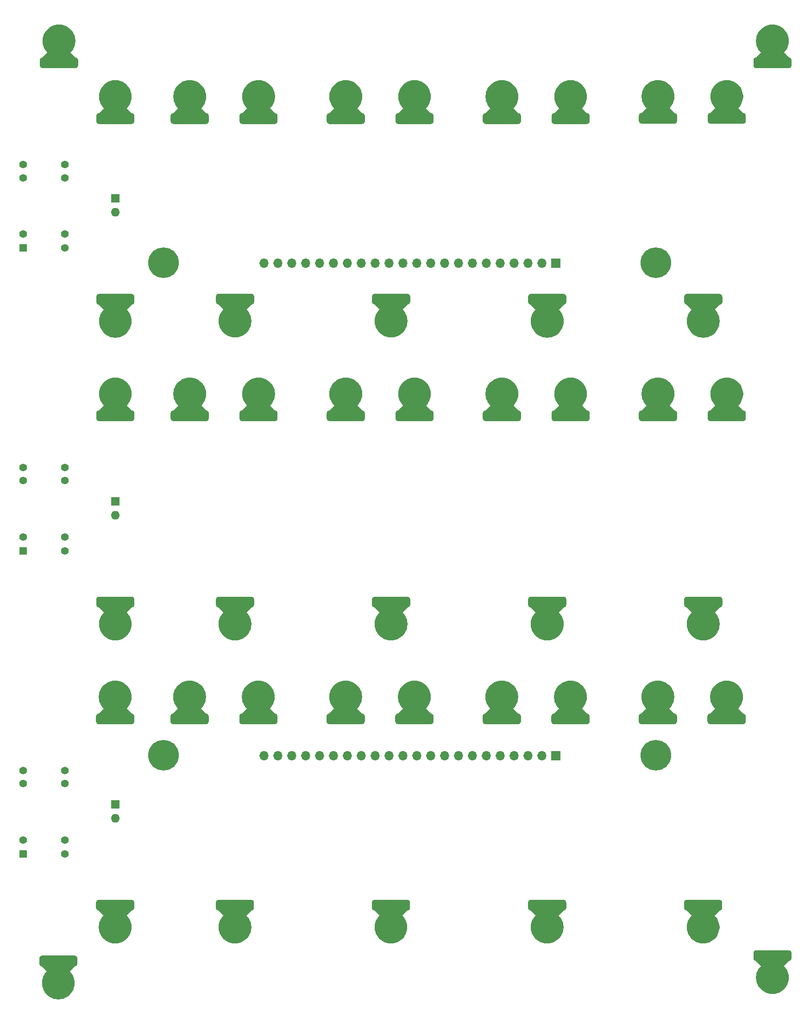
<source format=gbr>
G04 #@! TF.GenerationSoftware,KiCad,Pcbnew,(5.1.9)-1*
G04 #@! TF.CreationDate,2021-11-09T15:42:33+01:00*
G04 #@! TF.ProjectId,RelayControls-HPK,52656c61-7943-46f6-9e74-726f6c732d48,V0.1*
G04 #@! TF.SameCoordinates,Original*
G04 #@! TF.FileFunction,Soldermask,Bot*
G04 #@! TF.FilePolarity,Negative*
%FSLAX46Y46*%
G04 Gerber Fmt 4.6, Leading zero omitted, Abs format (unit mm)*
G04 Created by KiCad (PCBNEW (5.1.9)-1) date 2021-11-09 15:42:33*
%MOMM*%
%LPD*%
G01*
G04 APERTURE LIST*
%ADD10C,5.600000*%
%ADD11C,0.100000*%
%ADD12R,1.600000X1.600000*%
%ADD13O,1.600000X1.600000*%
%ADD14C,1.400000*%
%ADD15R,1.400000X1.400000*%
%ADD16R,1.700000X1.700000*%
%ADD17O,1.700000X1.700000*%
G04 APERTURE END LIST*
D10*
X136110000Y-69700000D03*
X46120000Y-69690000D03*
X46120000Y-159690000D03*
X136110000Y-159700000D03*
D11*
G36*
X36834809Y-194044753D02*
G01*
X36546059Y-193987317D01*
X36264330Y-193901855D01*
X35992335Y-193789191D01*
X35732692Y-193650409D01*
X35487902Y-193486846D01*
X35260323Y-193300076D01*
X35052147Y-193091900D01*
X34865377Y-192864321D01*
X34701814Y-192619531D01*
X34563032Y-192359888D01*
X34450368Y-192087893D01*
X34364906Y-191806164D01*
X34307470Y-191517414D01*
X34278614Y-191224426D01*
X34278614Y-190930020D01*
X34307470Y-190637032D01*
X34364906Y-190348282D01*
X34450368Y-190066553D01*
X34563032Y-189794558D01*
X34701814Y-189534915D01*
X34865377Y-189290125D01*
X35052147Y-189062546D01*
X35156235Y-188958458D01*
X34275000Y-188077223D01*
X40275000Y-188077223D01*
X39393765Y-188958458D01*
X39497853Y-189062546D01*
X39684623Y-189290125D01*
X39848186Y-189534915D01*
X39986968Y-189794558D01*
X40099632Y-190066553D01*
X40185094Y-190348282D01*
X40242530Y-190637032D01*
X40271386Y-190930020D01*
X40271386Y-191224426D01*
X40242530Y-191517414D01*
X40185094Y-191806164D01*
X40099632Y-192087893D01*
X39986968Y-192359888D01*
X39848186Y-192619531D01*
X39684623Y-192864321D01*
X39497853Y-193091900D01*
X39289677Y-193300076D01*
X39062098Y-193486846D01*
X38817308Y-193650409D01*
X38557665Y-193789191D01*
X38285670Y-193901855D01*
X38003941Y-193987317D01*
X37715191Y-194044753D01*
X37422203Y-194073609D01*
X37127797Y-194073609D01*
X36834809Y-194044753D01*
G37*
G36*
G01*
X40275000Y-188077223D02*
X34275000Y-188077223D01*
G75*
G02*
X33775000Y-187577223I0J500000D01*
G01*
X33775000Y-186577223D01*
G75*
G02*
X34275000Y-186077223I500000J0D01*
G01*
X40275000Y-186077223D01*
G75*
G02*
X40775000Y-186577223I0J-500000D01*
G01*
X40775000Y-187577223D01*
G75*
G02*
X40275000Y-188077223I-500000J0D01*
G01*
G37*
G36*
X27440191Y-26192470D02*
G01*
X27728941Y-26249906D01*
X28010670Y-26335368D01*
X28282665Y-26448032D01*
X28542308Y-26586814D01*
X28787098Y-26750377D01*
X29014677Y-26937147D01*
X29222853Y-27145323D01*
X29409623Y-27372902D01*
X29573186Y-27617692D01*
X29711968Y-27877335D01*
X29824632Y-28149330D01*
X29910094Y-28431059D01*
X29967530Y-28719809D01*
X29996386Y-29012797D01*
X29996386Y-29307203D01*
X29967530Y-29600191D01*
X29910094Y-29888941D01*
X29824632Y-30170670D01*
X29711968Y-30442665D01*
X29573186Y-30702308D01*
X29409623Y-30947098D01*
X29222853Y-31174677D01*
X29118765Y-31278765D01*
X30000000Y-32160000D01*
X24000000Y-32160000D01*
X24881235Y-31278765D01*
X24777147Y-31174677D01*
X24590377Y-30947098D01*
X24426814Y-30702308D01*
X24288032Y-30442665D01*
X24175368Y-30170670D01*
X24089906Y-29888941D01*
X24032470Y-29600191D01*
X24003614Y-29307203D01*
X24003614Y-29012797D01*
X24032470Y-28719809D01*
X24089906Y-28431059D01*
X24175368Y-28149330D01*
X24288032Y-27877335D01*
X24426814Y-27617692D01*
X24590377Y-27372902D01*
X24777147Y-27145323D01*
X24985323Y-26937147D01*
X25212902Y-26750377D01*
X25457692Y-26586814D01*
X25717335Y-26448032D01*
X25989330Y-26335368D01*
X26271059Y-26249906D01*
X26559809Y-26192470D01*
X26852797Y-26163614D01*
X27147203Y-26163614D01*
X27440191Y-26192470D01*
G37*
G36*
G01*
X24000000Y-32160000D02*
X30000000Y-32160000D01*
G75*
G02*
X30500000Y-32660000I0J-500000D01*
G01*
X30500000Y-33660000D01*
G75*
G02*
X30000000Y-34160000I-500000J0D01*
G01*
X24000000Y-34160000D01*
G75*
G02*
X23500000Y-33660000I0J500000D01*
G01*
X23500000Y-32660000D01*
G75*
G02*
X24000000Y-32160000I500000J0D01*
G01*
G37*
G36*
X26439809Y-204257530D02*
G01*
X26151059Y-204200094D01*
X25869330Y-204114632D01*
X25597335Y-204001968D01*
X25337692Y-203863186D01*
X25092902Y-203699623D01*
X24865323Y-203512853D01*
X24657147Y-203304677D01*
X24470377Y-203077098D01*
X24306814Y-202832308D01*
X24168032Y-202572665D01*
X24055368Y-202300670D01*
X23969906Y-202018941D01*
X23912470Y-201730191D01*
X23883614Y-201437203D01*
X23883614Y-201142797D01*
X23912470Y-200849809D01*
X23969906Y-200561059D01*
X24055368Y-200279330D01*
X24168032Y-200007335D01*
X24306814Y-199747692D01*
X24470377Y-199502902D01*
X24657147Y-199275323D01*
X24761235Y-199171235D01*
X23880000Y-198290000D01*
X29880000Y-198290000D01*
X28998765Y-199171235D01*
X29102853Y-199275323D01*
X29289623Y-199502902D01*
X29453186Y-199747692D01*
X29591968Y-200007335D01*
X29704632Y-200279330D01*
X29790094Y-200561059D01*
X29847530Y-200849809D01*
X29876386Y-201142797D01*
X29876386Y-201437203D01*
X29847530Y-201730191D01*
X29790094Y-202018941D01*
X29704632Y-202300670D01*
X29591968Y-202572665D01*
X29453186Y-202832308D01*
X29289623Y-203077098D01*
X29102853Y-203304677D01*
X28894677Y-203512853D01*
X28667098Y-203699623D01*
X28422308Y-203863186D01*
X28162665Y-204001968D01*
X27890670Y-204114632D01*
X27608941Y-204200094D01*
X27320191Y-204257530D01*
X27027203Y-204286386D01*
X26732797Y-204286386D01*
X26439809Y-204257530D01*
G37*
G36*
G01*
X29880000Y-198290000D02*
X23880000Y-198290000D01*
G75*
G02*
X23380000Y-197790000I0J500000D01*
G01*
X23380000Y-196790000D01*
G75*
G02*
X23880000Y-196290000I500000J0D01*
G01*
X29880000Y-196290000D01*
G75*
G02*
X30380000Y-196790000I0J-500000D01*
G01*
X30380000Y-197790000D01*
G75*
G02*
X29880000Y-198290000I-500000J0D01*
G01*
G37*
G36*
X36859809Y-83344753D02*
G01*
X36571059Y-83287317D01*
X36289330Y-83201855D01*
X36017335Y-83089191D01*
X35757692Y-82950409D01*
X35512902Y-82786846D01*
X35285323Y-82600076D01*
X35077147Y-82391900D01*
X34890377Y-82164321D01*
X34726814Y-81919531D01*
X34588032Y-81659888D01*
X34475368Y-81387893D01*
X34389906Y-81106164D01*
X34332470Y-80817414D01*
X34303614Y-80524426D01*
X34303614Y-80230020D01*
X34332470Y-79937032D01*
X34389906Y-79648282D01*
X34475368Y-79366553D01*
X34588032Y-79094558D01*
X34726814Y-78834915D01*
X34890377Y-78590125D01*
X35077147Y-78362546D01*
X35181235Y-78258458D01*
X34300000Y-77377223D01*
X40300000Y-77377223D01*
X39418765Y-78258458D01*
X39522853Y-78362546D01*
X39709623Y-78590125D01*
X39873186Y-78834915D01*
X40011968Y-79094558D01*
X40124632Y-79366553D01*
X40210094Y-79648282D01*
X40267530Y-79937032D01*
X40296386Y-80230020D01*
X40296386Y-80524426D01*
X40267530Y-80817414D01*
X40210094Y-81106164D01*
X40124632Y-81387893D01*
X40011968Y-81659888D01*
X39873186Y-81919531D01*
X39709623Y-82164321D01*
X39522853Y-82391900D01*
X39314677Y-82600076D01*
X39087098Y-82786846D01*
X38842308Y-82950409D01*
X38582665Y-83089191D01*
X38310670Y-83201855D01*
X38028941Y-83287317D01*
X37740191Y-83344753D01*
X37447203Y-83373609D01*
X37152797Y-83373609D01*
X36859809Y-83344753D01*
G37*
G36*
G01*
X40300000Y-77377223D02*
X34300000Y-77377223D01*
G75*
G02*
X33800000Y-76877223I0J500000D01*
G01*
X33800000Y-75877223D01*
G75*
G02*
X34300000Y-75377223I500000J0D01*
G01*
X40300000Y-75377223D01*
G75*
G02*
X40800000Y-75877223I0J-500000D01*
G01*
X40800000Y-76877223D01*
G75*
G02*
X40300000Y-77377223I-500000J0D01*
G01*
G37*
G36*
G01*
X62182500Y-77340000D02*
X56182500Y-77340000D01*
G75*
G02*
X55682500Y-76840000I0J500000D01*
G01*
X55682500Y-75840000D01*
G75*
G02*
X56182500Y-75340000I500000J0D01*
G01*
X62182500Y-75340000D01*
G75*
G02*
X62682500Y-75840000I0J-500000D01*
G01*
X62682500Y-76840000D01*
G75*
G02*
X62182500Y-77340000I-500000J0D01*
G01*
G37*
G36*
X58742309Y-83307530D02*
G01*
X58453559Y-83250094D01*
X58171830Y-83164632D01*
X57899835Y-83051968D01*
X57640192Y-82913186D01*
X57395402Y-82749623D01*
X57167823Y-82562853D01*
X56959647Y-82354677D01*
X56772877Y-82127098D01*
X56609314Y-81882308D01*
X56470532Y-81622665D01*
X56357868Y-81350670D01*
X56272406Y-81068941D01*
X56214970Y-80780191D01*
X56186114Y-80487203D01*
X56186114Y-80192797D01*
X56214970Y-79899809D01*
X56272406Y-79611059D01*
X56357868Y-79329330D01*
X56470532Y-79057335D01*
X56609314Y-78797692D01*
X56772877Y-78552902D01*
X56959647Y-78325323D01*
X57063735Y-78221235D01*
X56182500Y-77340000D01*
X62182500Y-77340000D01*
X61301265Y-78221235D01*
X61405353Y-78325323D01*
X61592123Y-78552902D01*
X61755686Y-78797692D01*
X61894468Y-79057335D01*
X62007132Y-79329330D01*
X62092594Y-79611059D01*
X62150030Y-79899809D01*
X62178886Y-80192797D01*
X62178886Y-80487203D01*
X62150030Y-80780191D01*
X62092594Y-81068941D01*
X62007132Y-81350670D01*
X61894468Y-81622665D01*
X61755686Y-81882308D01*
X61592123Y-82127098D01*
X61405353Y-82354677D01*
X61197177Y-82562853D01*
X60969598Y-82749623D01*
X60724808Y-82913186D01*
X60465165Y-83051968D01*
X60193170Y-83164632D01*
X59911441Y-83250094D01*
X59622691Y-83307530D01*
X59329703Y-83336386D01*
X59035297Y-83336386D01*
X58742309Y-83307530D01*
G37*
G36*
G01*
X119252500Y-77377223D02*
X113252500Y-77377223D01*
G75*
G02*
X112752500Y-76877223I0J500000D01*
G01*
X112752500Y-75877223D01*
G75*
G02*
X113252500Y-75377223I500000J0D01*
G01*
X119252500Y-75377223D01*
G75*
G02*
X119752500Y-75877223I0J-500000D01*
G01*
X119752500Y-76877223D01*
G75*
G02*
X119252500Y-77377223I-500000J0D01*
G01*
G37*
G36*
X115812309Y-83344753D02*
G01*
X115523559Y-83287317D01*
X115241830Y-83201855D01*
X114969835Y-83089191D01*
X114710192Y-82950409D01*
X114465402Y-82786846D01*
X114237823Y-82600076D01*
X114029647Y-82391900D01*
X113842877Y-82164321D01*
X113679314Y-81919531D01*
X113540532Y-81659888D01*
X113427868Y-81387893D01*
X113342406Y-81106164D01*
X113284970Y-80817414D01*
X113256114Y-80524426D01*
X113256114Y-80230020D01*
X113284970Y-79937032D01*
X113342406Y-79648282D01*
X113427868Y-79366553D01*
X113540532Y-79094558D01*
X113679314Y-78834915D01*
X113842877Y-78590125D01*
X114029647Y-78362546D01*
X114133735Y-78258458D01*
X113252500Y-77377223D01*
X119252500Y-77377223D01*
X118371265Y-78258458D01*
X118475353Y-78362546D01*
X118662123Y-78590125D01*
X118825686Y-78834915D01*
X118964468Y-79094558D01*
X119077132Y-79366553D01*
X119162594Y-79648282D01*
X119220030Y-79937032D01*
X119248886Y-80230020D01*
X119248886Y-80524426D01*
X119220030Y-80817414D01*
X119162594Y-81106164D01*
X119077132Y-81387893D01*
X118964468Y-81659888D01*
X118825686Y-81919531D01*
X118662123Y-82164321D01*
X118475353Y-82391900D01*
X118267177Y-82600076D01*
X118039598Y-82786846D01*
X117794808Y-82950409D01*
X117535165Y-83089191D01*
X117263170Y-83201855D01*
X116981441Y-83287317D01*
X116692691Y-83344753D01*
X116399703Y-83373609D01*
X116105297Y-83373609D01*
X115812309Y-83344753D01*
G37*
G36*
X87267309Y-83307530D02*
G01*
X86978559Y-83250094D01*
X86696830Y-83164632D01*
X86424835Y-83051968D01*
X86165192Y-82913186D01*
X85920402Y-82749623D01*
X85692823Y-82562853D01*
X85484647Y-82354677D01*
X85297877Y-82127098D01*
X85134314Y-81882308D01*
X84995532Y-81622665D01*
X84882868Y-81350670D01*
X84797406Y-81068941D01*
X84739970Y-80780191D01*
X84711114Y-80487203D01*
X84711114Y-80192797D01*
X84739970Y-79899809D01*
X84797406Y-79611059D01*
X84882868Y-79329330D01*
X84995532Y-79057335D01*
X85134314Y-78797692D01*
X85297877Y-78552902D01*
X85484647Y-78325323D01*
X85588735Y-78221235D01*
X84707500Y-77340000D01*
X90707500Y-77340000D01*
X89826265Y-78221235D01*
X89930353Y-78325323D01*
X90117123Y-78552902D01*
X90280686Y-78797692D01*
X90419468Y-79057335D01*
X90532132Y-79329330D01*
X90617594Y-79611059D01*
X90675030Y-79899809D01*
X90703886Y-80192797D01*
X90703886Y-80487203D01*
X90675030Y-80780191D01*
X90617594Y-81068941D01*
X90532132Y-81350670D01*
X90419468Y-81622665D01*
X90280686Y-81882308D01*
X90117123Y-82127098D01*
X89930353Y-82354677D01*
X89722177Y-82562853D01*
X89494598Y-82749623D01*
X89249808Y-82913186D01*
X88990165Y-83051968D01*
X88718170Y-83164632D01*
X88436441Y-83250094D01*
X88147691Y-83307530D01*
X87854703Y-83336386D01*
X87560297Y-83336386D01*
X87267309Y-83307530D01*
G37*
G36*
G01*
X90707500Y-77340000D02*
X84707500Y-77340000D01*
G75*
G02*
X84207500Y-76840000I0J500000D01*
G01*
X84207500Y-75840000D01*
G75*
G02*
X84707500Y-75340000I500000J0D01*
G01*
X90707500Y-75340000D01*
G75*
G02*
X91207500Y-75840000I0J-500000D01*
G01*
X91207500Y-76840000D01*
G75*
G02*
X90707500Y-77340000I-500000J0D01*
G01*
G37*
G36*
X144337309Y-83344753D02*
G01*
X144048559Y-83287317D01*
X143766830Y-83201855D01*
X143494835Y-83089191D01*
X143235192Y-82950409D01*
X142990402Y-82786846D01*
X142762823Y-82600076D01*
X142554647Y-82391900D01*
X142367877Y-82164321D01*
X142204314Y-81919531D01*
X142065532Y-81659888D01*
X141952868Y-81387893D01*
X141867406Y-81106164D01*
X141809970Y-80817414D01*
X141781114Y-80524426D01*
X141781114Y-80230020D01*
X141809970Y-79937032D01*
X141867406Y-79648282D01*
X141952868Y-79366553D01*
X142065532Y-79094558D01*
X142204314Y-78834915D01*
X142367877Y-78590125D01*
X142554647Y-78362546D01*
X142658735Y-78258458D01*
X141777500Y-77377223D01*
X147777500Y-77377223D01*
X146896265Y-78258458D01*
X147000353Y-78362546D01*
X147187123Y-78590125D01*
X147350686Y-78834915D01*
X147489468Y-79094558D01*
X147602132Y-79366553D01*
X147687594Y-79648282D01*
X147745030Y-79937032D01*
X147773886Y-80230020D01*
X147773886Y-80524426D01*
X147745030Y-80817414D01*
X147687594Y-81106164D01*
X147602132Y-81387893D01*
X147489468Y-81659888D01*
X147350686Y-81919531D01*
X147187123Y-82164321D01*
X147000353Y-82391900D01*
X146792177Y-82600076D01*
X146564598Y-82786846D01*
X146319808Y-82950409D01*
X146060165Y-83089191D01*
X145788170Y-83201855D01*
X145506441Y-83287317D01*
X145217691Y-83344753D01*
X144924703Y-83373609D01*
X144630297Y-83373609D01*
X144337309Y-83344753D01*
G37*
G36*
G01*
X147777500Y-77377223D02*
X141777500Y-77377223D01*
G75*
G02*
X141277500Y-76877223I0J500000D01*
G01*
X141277500Y-75877223D01*
G75*
G02*
X141777500Y-75377223I500000J0D01*
G01*
X147777500Y-75377223D01*
G75*
G02*
X148277500Y-75877223I0J-500000D01*
G01*
X148277500Y-76877223D01*
G75*
G02*
X147777500Y-77377223I-500000J0D01*
G01*
G37*
G36*
G01*
X34300000Y-42332777D02*
X40300000Y-42332777D01*
G75*
G02*
X40800000Y-42832777I0J-500000D01*
G01*
X40800000Y-43832777D01*
G75*
G02*
X40300000Y-44332777I-500000J0D01*
G01*
X34300000Y-44332777D01*
G75*
G02*
X33800000Y-43832777I0J500000D01*
G01*
X33800000Y-42832777D01*
G75*
G02*
X34300000Y-42332777I500000J0D01*
G01*
G37*
G36*
X37740191Y-36365247D02*
G01*
X38028941Y-36422683D01*
X38310670Y-36508145D01*
X38582665Y-36620809D01*
X38842308Y-36759591D01*
X39087098Y-36923154D01*
X39314677Y-37109924D01*
X39522853Y-37318100D01*
X39709623Y-37545679D01*
X39873186Y-37790469D01*
X40011968Y-38050112D01*
X40124632Y-38322107D01*
X40210094Y-38603836D01*
X40267530Y-38892586D01*
X40296386Y-39185574D01*
X40296386Y-39479980D01*
X40267530Y-39772968D01*
X40210094Y-40061718D01*
X40124632Y-40343447D01*
X40011968Y-40615442D01*
X39873186Y-40875085D01*
X39709623Y-41119875D01*
X39522853Y-41347454D01*
X39418765Y-41451542D01*
X40300000Y-42332777D01*
X34300000Y-42332777D01*
X35181235Y-41451542D01*
X35077147Y-41347454D01*
X34890377Y-41119875D01*
X34726814Y-40875085D01*
X34588032Y-40615442D01*
X34475368Y-40343447D01*
X34389906Y-40061718D01*
X34332470Y-39772968D01*
X34303614Y-39479980D01*
X34303614Y-39185574D01*
X34332470Y-38892586D01*
X34389906Y-38603836D01*
X34475368Y-38322107D01*
X34588032Y-38050112D01*
X34726814Y-37790469D01*
X34890377Y-37545679D01*
X35077147Y-37318100D01*
X35285323Y-37109924D01*
X35512902Y-36923154D01*
X35757692Y-36759591D01*
X36017335Y-36620809D01*
X36289330Y-36508145D01*
X36571059Y-36422683D01*
X36859809Y-36365247D01*
X37152797Y-36336391D01*
X37447203Y-36336391D01*
X37740191Y-36365247D01*
G37*
G36*
X63915191Y-36365247D02*
G01*
X64203941Y-36422683D01*
X64485670Y-36508145D01*
X64757665Y-36620809D01*
X65017308Y-36759591D01*
X65262098Y-36923154D01*
X65489677Y-37109924D01*
X65697853Y-37318100D01*
X65884623Y-37545679D01*
X66048186Y-37790469D01*
X66186968Y-38050112D01*
X66299632Y-38322107D01*
X66385094Y-38603836D01*
X66442530Y-38892586D01*
X66471386Y-39185574D01*
X66471386Y-39479980D01*
X66442530Y-39772968D01*
X66385094Y-40061718D01*
X66299632Y-40343447D01*
X66186968Y-40615442D01*
X66048186Y-40875085D01*
X65884623Y-41119875D01*
X65697853Y-41347454D01*
X65593765Y-41451542D01*
X66475000Y-42332777D01*
X60475000Y-42332777D01*
X61356235Y-41451542D01*
X61252147Y-41347454D01*
X61065377Y-41119875D01*
X60901814Y-40875085D01*
X60763032Y-40615442D01*
X60650368Y-40343447D01*
X60564906Y-40061718D01*
X60507470Y-39772968D01*
X60478614Y-39479980D01*
X60478614Y-39185574D01*
X60507470Y-38892586D01*
X60564906Y-38603836D01*
X60650368Y-38322107D01*
X60763032Y-38050112D01*
X60901814Y-37790469D01*
X61065377Y-37545679D01*
X61252147Y-37318100D01*
X61460323Y-37109924D01*
X61687902Y-36923154D01*
X61932692Y-36759591D01*
X62192335Y-36620809D01*
X62464330Y-36508145D01*
X62746059Y-36422683D01*
X63034809Y-36365247D01*
X63327797Y-36336391D01*
X63622203Y-36336391D01*
X63915191Y-36365247D01*
G37*
G36*
G01*
X60475000Y-42332777D02*
X66475000Y-42332777D01*
G75*
G02*
X66975000Y-42832777I0J-500000D01*
G01*
X66975000Y-43832777D01*
G75*
G02*
X66475000Y-44332777I-500000J0D01*
G01*
X60475000Y-44332777D01*
G75*
G02*
X59975000Y-43832777I0J500000D01*
G01*
X59975000Y-42832777D01*
G75*
G02*
X60475000Y-42332777I500000J0D01*
G01*
G37*
G36*
G01*
X47900000Y-42332777D02*
X53900000Y-42332777D01*
G75*
G02*
X54400000Y-42832777I0J-500000D01*
G01*
X54400000Y-43832777D01*
G75*
G02*
X53900000Y-44332777I-500000J0D01*
G01*
X47900000Y-44332777D01*
G75*
G02*
X47400000Y-43832777I0J500000D01*
G01*
X47400000Y-42832777D01*
G75*
G02*
X47900000Y-42332777I500000J0D01*
G01*
G37*
G36*
X51340191Y-36365247D02*
G01*
X51628941Y-36422683D01*
X51910670Y-36508145D01*
X52182665Y-36620809D01*
X52442308Y-36759591D01*
X52687098Y-36923154D01*
X52914677Y-37109924D01*
X53122853Y-37318100D01*
X53309623Y-37545679D01*
X53473186Y-37790469D01*
X53611968Y-38050112D01*
X53724632Y-38322107D01*
X53810094Y-38603836D01*
X53867530Y-38892586D01*
X53896386Y-39185574D01*
X53896386Y-39479980D01*
X53867530Y-39772968D01*
X53810094Y-40061718D01*
X53724632Y-40343447D01*
X53611968Y-40615442D01*
X53473186Y-40875085D01*
X53309623Y-41119875D01*
X53122853Y-41347454D01*
X53018765Y-41451542D01*
X53900000Y-42332777D01*
X47900000Y-42332777D01*
X48781235Y-41451542D01*
X48677147Y-41347454D01*
X48490377Y-41119875D01*
X48326814Y-40875085D01*
X48188032Y-40615442D01*
X48075368Y-40343447D01*
X47989906Y-40061718D01*
X47932470Y-39772968D01*
X47903614Y-39479980D01*
X47903614Y-39185574D01*
X47932470Y-38892586D01*
X47989906Y-38603836D01*
X48075368Y-38322107D01*
X48188032Y-38050112D01*
X48326814Y-37790469D01*
X48490377Y-37545679D01*
X48677147Y-37318100D01*
X48885323Y-37109924D01*
X49112902Y-36923154D01*
X49357692Y-36759591D01*
X49617335Y-36620809D01*
X49889330Y-36508145D01*
X50171059Y-36422683D01*
X50459809Y-36365247D01*
X50752797Y-36336391D01*
X51047203Y-36336391D01*
X51340191Y-36365247D01*
G37*
G36*
X120965191Y-36365247D02*
G01*
X121253941Y-36422683D01*
X121535670Y-36508145D01*
X121807665Y-36620809D01*
X122067308Y-36759591D01*
X122312098Y-36923154D01*
X122539677Y-37109924D01*
X122747853Y-37318100D01*
X122934623Y-37545679D01*
X123098186Y-37790469D01*
X123236968Y-38050112D01*
X123349632Y-38322107D01*
X123435094Y-38603836D01*
X123492530Y-38892586D01*
X123521386Y-39185574D01*
X123521386Y-39479980D01*
X123492530Y-39772968D01*
X123435094Y-40061718D01*
X123349632Y-40343447D01*
X123236968Y-40615442D01*
X123098186Y-40875085D01*
X122934623Y-41119875D01*
X122747853Y-41347454D01*
X122643765Y-41451542D01*
X123525000Y-42332777D01*
X117525000Y-42332777D01*
X118406235Y-41451542D01*
X118302147Y-41347454D01*
X118115377Y-41119875D01*
X117951814Y-40875085D01*
X117813032Y-40615442D01*
X117700368Y-40343447D01*
X117614906Y-40061718D01*
X117557470Y-39772968D01*
X117528614Y-39479980D01*
X117528614Y-39185574D01*
X117557470Y-38892586D01*
X117614906Y-38603836D01*
X117700368Y-38322107D01*
X117813032Y-38050112D01*
X117951814Y-37790469D01*
X118115377Y-37545679D01*
X118302147Y-37318100D01*
X118510323Y-37109924D01*
X118737902Y-36923154D01*
X118982692Y-36759591D01*
X119242335Y-36620809D01*
X119514330Y-36508145D01*
X119796059Y-36422683D01*
X120084809Y-36365247D01*
X120377797Y-36336391D01*
X120672203Y-36336391D01*
X120965191Y-36365247D01*
G37*
G36*
G01*
X117525000Y-42332777D02*
X123525000Y-42332777D01*
G75*
G02*
X124025000Y-42832777I0J-500000D01*
G01*
X124025000Y-43832777D01*
G75*
G02*
X123525000Y-44332777I-500000J0D01*
G01*
X117525000Y-44332777D01*
G75*
G02*
X117025000Y-43832777I0J500000D01*
G01*
X117025000Y-42832777D01*
G75*
G02*
X117525000Y-42332777I500000J0D01*
G01*
G37*
G36*
G01*
X104970000Y-42332777D02*
X110970000Y-42332777D01*
G75*
G02*
X111470000Y-42832777I0J-500000D01*
G01*
X111470000Y-43832777D01*
G75*
G02*
X110970000Y-44332777I-500000J0D01*
G01*
X104970000Y-44332777D01*
G75*
G02*
X104470000Y-43832777I0J500000D01*
G01*
X104470000Y-42832777D01*
G75*
G02*
X104970000Y-42332777I500000J0D01*
G01*
G37*
G36*
X108410191Y-36365247D02*
G01*
X108698941Y-36422683D01*
X108980670Y-36508145D01*
X109252665Y-36620809D01*
X109512308Y-36759591D01*
X109757098Y-36923154D01*
X109984677Y-37109924D01*
X110192853Y-37318100D01*
X110379623Y-37545679D01*
X110543186Y-37790469D01*
X110681968Y-38050112D01*
X110794632Y-38322107D01*
X110880094Y-38603836D01*
X110937530Y-38892586D01*
X110966386Y-39185574D01*
X110966386Y-39479980D01*
X110937530Y-39772968D01*
X110880094Y-40061718D01*
X110794632Y-40343447D01*
X110681968Y-40615442D01*
X110543186Y-40875085D01*
X110379623Y-41119875D01*
X110192853Y-41347454D01*
X110088765Y-41451542D01*
X110970000Y-42332777D01*
X104970000Y-42332777D01*
X105851235Y-41451542D01*
X105747147Y-41347454D01*
X105560377Y-41119875D01*
X105396814Y-40875085D01*
X105258032Y-40615442D01*
X105145368Y-40343447D01*
X105059906Y-40061718D01*
X105002470Y-39772968D01*
X104973614Y-39479980D01*
X104973614Y-39185574D01*
X105002470Y-38892586D01*
X105059906Y-38603836D01*
X105145368Y-38322107D01*
X105258032Y-38050112D01*
X105396814Y-37790469D01*
X105560377Y-37545679D01*
X105747147Y-37318100D01*
X105955323Y-37109924D01*
X106182902Y-36923154D01*
X106427692Y-36759591D01*
X106687335Y-36620809D01*
X106959330Y-36508145D01*
X107241059Y-36422683D01*
X107529809Y-36365247D01*
X107822797Y-36336391D01*
X108117203Y-36336391D01*
X108410191Y-36365247D01*
G37*
G36*
G01*
X89000000Y-42332777D02*
X95000000Y-42332777D01*
G75*
G02*
X95500000Y-42832777I0J-500000D01*
G01*
X95500000Y-43832777D01*
G75*
G02*
X95000000Y-44332777I-500000J0D01*
G01*
X89000000Y-44332777D01*
G75*
G02*
X88500000Y-43832777I0J500000D01*
G01*
X88500000Y-42832777D01*
G75*
G02*
X89000000Y-42332777I500000J0D01*
G01*
G37*
G36*
X92440191Y-36365247D02*
G01*
X92728941Y-36422683D01*
X93010670Y-36508145D01*
X93282665Y-36620809D01*
X93542308Y-36759591D01*
X93787098Y-36923154D01*
X94014677Y-37109924D01*
X94222853Y-37318100D01*
X94409623Y-37545679D01*
X94573186Y-37790469D01*
X94711968Y-38050112D01*
X94824632Y-38322107D01*
X94910094Y-38603836D01*
X94967530Y-38892586D01*
X94996386Y-39185574D01*
X94996386Y-39479980D01*
X94967530Y-39772968D01*
X94910094Y-40061718D01*
X94824632Y-40343447D01*
X94711968Y-40615442D01*
X94573186Y-40875085D01*
X94409623Y-41119875D01*
X94222853Y-41347454D01*
X94118765Y-41451542D01*
X95000000Y-42332777D01*
X89000000Y-42332777D01*
X89881235Y-41451542D01*
X89777147Y-41347454D01*
X89590377Y-41119875D01*
X89426814Y-40875085D01*
X89288032Y-40615442D01*
X89175368Y-40343447D01*
X89089906Y-40061718D01*
X89032470Y-39772968D01*
X89003614Y-39479980D01*
X89003614Y-39185574D01*
X89032470Y-38892586D01*
X89089906Y-38603836D01*
X89175368Y-38322107D01*
X89288032Y-38050112D01*
X89426814Y-37790469D01*
X89590377Y-37545679D01*
X89777147Y-37318100D01*
X89985323Y-37109924D01*
X90212902Y-36923154D01*
X90457692Y-36759591D01*
X90717335Y-36620809D01*
X90989330Y-36508145D01*
X91271059Y-36422683D01*
X91559809Y-36365247D01*
X91852797Y-36336391D01*
X92147203Y-36336391D01*
X92440191Y-36365247D01*
G37*
G36*
X79865191Y-36365247D02*
G01*
X80153941Y-36422683D01*
X80435670Y-36508145D01*
X80707665Y-36620809D01*
X80967308Y-36759591D01*
X81212098Y-36923154D01*
X81439677Y-37109924D01*
X81647853Y-37318100D01*
X81834623Y-37545679D01*
X81998186Y-37790469D01*
X82136968Y-38050112D01*
X82249632Y-38322107D01*
X82335094Y-38603836D01*
X82392530Y-38892586D01*
X82421386Y-39185574D01*
X82421386Y-39479980D01*
X82392530Y-39772968D01*
X82335094Y-40061718D01*
X82249632Y-40343447D01*
X82136968Y-40615442D01*
X81998186Y-40875085D01*
X81834623Y-41119875D01*
X81647853Y-41347454D01*
X81543765Y-41451542D01*
X82425000Y-42332777D01*
X76425000Y-42332777D01*
X77306235Y-41451542D01*
X77202147Y-41347454D01*
X77015377Y-41119875D01*
X76851814Y-40875085D01*
X76713032Y-40615442D01*
X76600368Y-40343447D01*
X76514906Y-40061718D01*
X76457470Y-39772968D01*
X76428614Y-39479980D01*
X76428614Y-39185574D01*
X76457470Y-38892586D01*
X76514906Y-38603836D01*
X76600368Y-38322107D01*
X76713032Y-38050112D01*
X76851814Y-37790469D01*
X77015377Y-37545679D01*
X77202147Y-37318100D01*
X77410323Y-37109924D01*
X77637902Y-36923154D01*
X77882692Y-36759591D01*
X78142335Y-36620809D01*
X78414330Y-36508145D01*
X78696059Y-36422683D01*
X78984809Y-36365247D01*
X79277797Y-36336391D01*
X79572203Y-36336391D01*
X79865191Y-36365247D01*
G37*
G36*
G01*
X76425000Y-42332777D02*
X82425000Y-42332777D01*
G75*
G02*
X82925000Y-42832777I0J-500000D01*
G01*
X82925000Y-43832777D01*
G75*
G02*
X82425000Y-44332777I-500000J0D01*
G01*
X76425000Y-44332777D01*
G75*
G02*
X75925000Y-43832777I0J500000D01*
G01*
X75925000Y-42832777D01*
G75*
G02*
X76425000Y-42332777I500000J0D01*
G01*
G37*
G36*
G01*
X146070000Y-42300000D02*
X152070000Y-42300000D01*
G75*
G02*
X152570000Y-42800000I0J-500000D01*
G01*
X152570000Y-43800000D01*
G75*
G02*
X152070000Y-44300000I-500000J0D01*
G01*
X146070000Y-44300000D01*
G75*
G02*
X145570000Y-43800000I0J500000D01*
G01*
X145570000Y-42800000D01*
G75*
G02*
X146070000Y-42300000I500000J0D01*
G01*
G37*
G36*
X149510191Y-36332470D02*
G01*
X149798941Y-36389906D01*
X150080670Y-36475368D01*
X150352665Y-36588032D01*
X150612308Y-36726814D01*
X150857098Y-36890377D01*
X151084677Y-37077147D01*
X151292853Y-37285323D01*
X151479623Y-37512902D01*
X151643186Y-37757692D01*
X151781968Y-38017335D01*
X151894632Y-38289330D01*
X151980094Y-38571059D01*
X152037530Y-38859809D01*
X152066386Y-39152797D01*
X152066386Y-39447203D01*
X152037530Y-39740191D01*
X151980094Y-40028941D01*
X151894632Y-40310670D01*
X151781968Y-40582665D01*
X151643186Y-40842308D01*
X151479623Y-41087098D01*
X151292853Y-41314677D01*
X151188765Y-41418765D01*
X152070000Y-42300000D01*
X146070000Y-42300000D01*
X146951235Y-41418765D01*
X146847147Y-41314677D01*
X146660377Y-41087098D01*
X146496814Y-40842308D01*
X146358032Y-40582665D01*
X146245368Y-40310670D01*
X146159906Y-40028941D01*
X146102470Y-39740191D01*
X146073614Y-39447203D01*
X146073614Y-39152797D01*
X146102470Y-38859809D01*
X146159906Y-38571059D01*
X146245368Y-38289330D01*
X146358032Y-38017335D01*
X146496814Y-37757692D01*
X146660377Y-37512902D01*
X146847147Y-37285323D01*
X147055323Y-37077147D01*
X147282902Y-36890377D01*
X147527692Y-36726814D01*
X147787335Y-36588032D01*
X148059330Y-36475368D01*
X148341059Y-36389906D01*
X148629809Y-36332470D01*
X148922797Y-36303614D01*
X149217203Y-36303614D01*
X149510191Y-36332470D01*
G37*
G36*
X136935191Y-36332470D02*
G01*
X137223941Y-36389906D01*
X137505670Y-36475368D01*
X137777665Y-36588032D01*
X138037308Y-36726814D01*
X138282098Y-36890377D01*
X138509677Y-37077147D01*
X138717853Y-37285323D01*
X138904623Y-37512902D01*
X139068186Y-37757692D01*
X139206968Y-38017335D01*
X139319632Y-38289330D01*
X139405094Y-38571059D01*
X139462530Y-38859809D01*
X139491386Y-39152797D01*
X139491386Y-39447203D01*
X139462530Y-39740191D01*
X139405094Y-40028941D01*
X139319632Y-40310670D01*
X139206968Y-40582665D01*
X139068186Y-40842308D01*
X138904623Y-41087098D01*
X138717853Y-41314677D01*
X138613765Y-41418765D01*
X139495000Y-42300000D01*
X133495000Y-42300000D01*
X134376235Y-41418765D01*
X134272147Y-41314677D01*
X134085377Y-41087098D01*
X133921814Y-40842308D01*
X133783032Y-40582665D01*
X133670368Y-40310670D01*
X133584906Y-40028941D01*
X133527470Y-39740191D01*
X133498614Y-39447203D01*
X133498614Y-39152797D01*
X133527470Y-38859809D01*
X133584906Y-38571059D01*
X133670368Y-38289330D01*
X133783032Y-38017335D01*
X133921814Y-37757692D01*
X134085377Y-37512902D01*
X134272147Y-37285323D01*
X134480323Y-37077147D01*
X134707902Y-36890377D01*
X134952692Y-36726814D01*
X135212335Y-36588032D01*
X135484330Y-36475368D01*
X135766059Y-36389906D01*
X136054809Y-36332470D01*
X136347797Y-36303614D01*
X136642203Y-36303614D01*
X136935191Y-36332470D01*
G37*
G36*
G01*
X133495000Y-42300000D02*
X139495000Y-42300000D01*
G75*
G02*
X139995000Y-42800000I0J-500000D01*
G01*
X139995000Y-43800000D01*
G75*
G02*
X139495000Y-44300000I-500000J0D01*
G01*
X133495000Y-44300000D01*
G75*
G02*
X132995000Y-43800000I0J500000D01*
G01*
X132995000Y-42800000D01*
G75*
G02*
X133495000Y-42300000I500000J0D01*
G01*
G37*
G36*
G01*
X40300000Y-132697223D02*
X34300000Y-132697223D01*
G75*
G02*
X33800000Y-132197223I0J500000D01*
G01*
X33800000Y-131197223D01*
G75*
G02*
X34300000Y-130697223I500000J0D01*
G01*
X40300000Y-130697223D01*
G75*
G02*
X40800000Y-131197223I0J-500000D01*
G01*
X40800000Y-132197223D01*
G75*
G02*
X40300000Y-132697223I-500000J0D01*
G01*
G37*
G36*
X36859809Y-138664753D02*
G01*
X36571059Y-138607317D01*
X36289330Y-138521855D01*
X36017335Y-138409191D01*
X35757692Y-138270409D01*
X35512902Y-138106846D01*
X35285323Y-137920076D01*
X35077147Y-137711900D01*
X34890377Y-137484321D01*
X34726814Y-137239531D01*
X34588032Y-136979888D01*
X34475368Y-136707893D01*
X34389906Y-136426164D01*
X34332470Y-136137414D01*
X34303614Y-135844426D01*
X34303614Y-135550020D01*
X34332470Y-135257032D01*
X34389906Y-134968282D01*
X34475368Y-134686553D01*
X34588032Y-134414558D01*
X34726814Y-134154915D01*
X34890377Y-133910125D01*
X35077147Y-133682546D01*
X35181235Y-133578458D01*
X34300000Y-132697223D01*
X40300000Y-132697223D01*
X39418765Y-133578458D01*
X39522853Y-133682546D01*
X39709623Y-133910125D01*
X39873186Y-134154915D01*
X40011968Y-134414558D01*
X40124632Y-134686553D01*
X40210094Y-134968282D01*
X40267530Y-135257032D01*
X40296386Y-135550020D01*
X40296386Y-135844426D01*
X40267530Y-136137414D01*
X40210094Y-136426164D01*
X40124632Y-136707893D01*
X40011968Y-136979888D01*
X39873186Y-137239531D01*
X39709623Y-137484321D01*
X39522853Y-137711900D01*
X39314677Y-137920076D01*
X39087098Y-138106846D01*
X38842308Y-138270409D01*
X38582665Y-138409191D01*
X38310670Y-138521855D01*
X38028941Y-138607317D01*
X37740191Y-138664753D01*
X37447203Y-138693609D01*
X37152797Y-138693609D01*
X36859809Y-138664753D01*
G37*
G36*
G01*
X119252500Y-132697223D02*
X113252500Y-132697223D01*
G75*
G02*
X112752500Y-132197223I0J500000D01*
G01*
X112752500Y-131197223D01*
G75*
G02*
X113252500Y-130697223I500000J0D01*
G01*
X119252500Y-130697223D01*
G75*
G02*
X119752500Y-131197223I0J-500000D01*
G01*
X119752500Y-132197223D01*
G75*
G02*
X119252500Y-132697223I-500000J0D01*
G01*
G37*
G36*
X115812309Y-138664753D02*
G01*
X115523559Y-138607317D01*
X115241830Y-138521855D01*
X114969835Y-138409191D01*
X114710192Y-138270409D01*
X114465402Y-138106846D01*
X114237823Y-137920076D01*
X114029647Y-137711900D01*
X113842877Y-137484321D01*
X113679314Y-137239531D01*
X113540532Y-136979888D01*
X113427868Y-136707893D01*
X113342406Y-136426164D01*
X113284970Y-136137414D01*
X113256114Y-135844426D01*
X113256114Y-135550020D01*
X113284970Y-135257032D01*
X113342406Y-134968282D01*
X113427868Y-134686553D01*
X113540532Y-134414558D01*
X113679314Y-134154915D01*
X113842877Y-133910125D01*
X114029647Y-133682546D01*
X114133735Y-133578458D01*
X113252500Y-132697223D01*
X119252500Y-132697223D01*
X118371265Y-133578458D01*
X118475353Y-133682546D01*
X118662123Y-133910125D01*
X118825686Y-134154915D01*
X118964468Y-134414558D01*
X119077132Y-134686553D01*
X119162594Y-134968282D01*
X119220030Y-135257032D01*
X119248886Y-135550020D01*
X119248886Y-135844426D01*
X119220030Y-136137414D01*
X119162594Y-136426164D01*
X119077132Y-136707893D01*
X118964468Y-136979888D01*
X118825686Y-137239531D01*
X118662123Y-137484321D01*
X118475353Y-137711900D01*
X118267177Y-137920076D01*
X118039598Y-138106846D01*
X117794808Y-138270409D01*
X117535165Y-138409191D01*
X117263170Y-138521855D01*
X116981441Y-138607317D01*
X116692691Y-138664753D01*
X116399703Y-138693609D01*
X116105297Y-138693609D01*
X115812309Y-138664753D01*
G37*
G36*
X58742309Y-138664753D02*
G01*
X58453559Y-138607317D01*
X58171830Y-138521855D01*
X57899835Y-138409191D01*
X57640192Y-138270409D01*
X57395402Y-138106846D01*
X57167823Y-137920076D01*
X56959647Y-137711900D01*
X56772877Y-137484321D01*
X56609314Y-137239531D01*
X56470532Y-136979888D01*
X56357868Y-136707893D01*
X56272406Y-136426164D01*
X56214970Y-136137414D01*
X56186114Y-135844426D01*
X56186114Y-135550020D01*
X56214970Y-135257032D01*
X56272406Y-134968282D01*
X56357868Y-134686553D01*
X56470532Y-134414558D01*
X56609314Y-134154915D01*
X56772877Y-133910125D01*
X56959647Y-133682546D01*
X57063735Y-133578458D01*
X56182500Y-132697223D01*
X62182500Y-132697223D01*
X61301265Y-133578458D01*
X61405353Y-133682546D01*
X61592123Y-133910125D01*
X61755686Y-134154915D01*
X61894468Y-134414558D01*
X62007132Y-134686553D01*
X62092594Y-134968282D01*
X62150030Y-135257032D01*
X62178886Y-135550020D01*
X62178886Y-135844426D01*
X62150030Y-136137414D01*
X62092594Y-136426164D01*
X62007132Y-136707893D01*
X61894468Y-136979888D01*
X61755686Y-137239531D01*
X61592123Y-137484321D01*
X61405353Y-137711900D01*
X61197177Y-137920076D01*
X60969598Y-138106846D01*
X60724808Y-138270409D01*
X60465165Y-138409191D01*
X60193170Y-138521855D01*
X59911441Y-138607317D01*
X59622691Y-138664753D01*
X59329703Y-138693609D01*
X59035297Y-138693609D01*
X58742309Y-138664753D01*
G37*
G36*
G01*
X62182500Y-132697223D02*
X56182500Y-132697223D01*
G75*
G02*
X55682500Y-132197223I0J500000D01*
G01*
X55682500Y-131197223D01*
G75*
G02*
X56182500Y-130697223I500000J0D01*
G01*
X62182500Y-130697223D01*
G75*
G02*
X62682500Y-131197223I0J-500000D01*
G01*
X62682500Y-132197223D01*
G75*
G02*
X62182500Y-132697223I-500000J0D01*
G01*
G37*
G36*
G01*
X90700000Y-132697223D02*
X84700000Y-132697223D01*
G75*
G02*
X84200000Y-132197223I0J500000D01*
G01*
X84200000Y-131197223D01*
G75*
G02*
X84700000Y-130697223I500000J0D01*
G01*
X90700000Y-130697223D01*
G75*
G02*
X91200000Y-131197223I0J-500000D01*
G01*
X91200000Y-132197223D01*
G75*
G02*
X90700000Y-132697223I-500000J0D01*
G01*
G37*
G36*
X87259809Y-138664753D02*
G01*
X86971059Y-138607317D01*
X86689330Y-138521855D01*
X86417335Y-138409191D01*
X86157692Y-138270409D01*
X85912902Y-138106846D01*
X85685323Y-137920076D01*
X85477147Y-137711900D01*
X85290377Y-137484321D01*
X85126814Y-137239531D01*
X84988032Y-136979888D01*
X84875368Y-136707893D01*
X84789906Y-136426164D01*
X84732470Y-136137414D01*
X84703614Y-135844426D01*
X84703614Y-135550020D01*
X84732470Y-135257032D01*
X84789906Y-134968282D01*
X84875368Y-134686553D01*
X84988032Y-134414558D01*
X85126814Y-134154915D01*
X85290377Y-133910125D01*
X85477147Y-133682546D01*
X85581235Y-133578458D01*
X84700000Y-132697223D01*
X90700000Y-132697223D01*
X89818765Y-133578458D01*
X89922853Y-133682546D01*
X90109623Y-133910125D01*
X90273186Y-134154915D01*
X90411968Y-134414558D01*
X90524632Y-134686553D01*
X90610094Y-134968282D01*
X90667530Y-135257032D01*
X90696386Y-135550020D01*
X90696386Y-135844426D01*
X90667530Y-136137414D01*
X90610094Y-136426164D01*
X90524632Y-136707893D01*
X90411968Y-136979888D01*
X90273186Y-137239531D01*
X90109623Y-137484321D01*
X89922853Y-137711900D01*
X89714677Y-137920076D01*
X89487098Y-138106846D01*
X89242308Y-138270409D01*
X88982665Y-138409191D01*
X88710670Y-138521855D01*
X88428941Y-138607317D01*
X88140191Y-138664753D01*
X87847203Y-138693609D01*
X87552797Y-138693609D01*
X87259809Y-138664753D01*
G37*
G36*
G01*
X147777500Y-132697223D02*
X141777500Y-132697223D01*
G75*
G02*
X141277500Y-132197223I0J500000D01*
G01*
X141277500Y-131197223D01*
G75*
G02*
X141777500Y-130697223I500000J0D01*
G01*
X147777500Y-130697223D01*
G75*
G02*
X148277500Y-131197223I0J-500000D01*
G01*
X148277500Y-132197223D01*
G75*
G02*
X147777500Y-132697223I-500000J0D01*
G01*
G37*
G36*
X144337309Y-138664753D02*
G01*
X144048559Y-138607317D01*
X143766830Y-138521855D01*
X143494835Y-138409191D01*
X143235192Y-138270409D01*
X142990402Y-138106846D01*
X142762823Y-137920076D01*
X142554647Y-137711900D01*
X142367877Y-137484321D01*
X142204314Y-137239531D01*
X142065532Y-136979888D01*
X141952868Y-136707893D01*
X141867406Y-136426164D01*
X141809970Y-136137414D01*
X141781114Y-135844426D01*
X141781114Y-135550020D01*
X141809970Y-135257032D01*
X141867406Y-134968282D01*
X141952868Y-134686553D01*
X142065532Y-134414558D01*
X142204314Y-134154915D01*
X142367877Y-133910125D01*
X142554647Y-133682546D01*
X142658735Y-133578458D01*
X141777500Y-132697223D01*
X147777500Y-132697223D01*
X146896265Y-133578458D01*
X147000353Y-133682546D01*
X147187123Y-133910125D01*
X147350686Y-134154915D01*
X147489468Y-134414558D01*
X147602132Y-134686553D01*
X147687594Y-134968282D01*
X147745030Y-135257032D01*
X147773886Y-135550020D01*
X147773886Y-135844426D01*
X147745030Y-136137414D01*
X147687594Y-136426164D01*
X147602132Y-136707893D01*
X147489468Y-136979888D01*
X147350686Y-137239531D01*
X147187123Y-137484321D01*
X147000353Y-137711900D01*
X146792177Y-137920076D01*
X146564598Y-138106846D01*
X146319808Y-138270409D01*
X146060165Y-138409191D01*
X145788170Y-138521855D01*
X145506441Y-138607317D01*
X145217691Y-138664753D01*
X144924703Y-138693609D01*
X144630297Y-138693609D01*
X144337309Y-138664753D01*
G37*
G36*
X37740191Y-90685247D02*
G01*
X38028941Y-90742683D01*
X38310670Y-90828145D01*
X38582665Y-90940809D01*
X38842308Y-91079591D01*
X39087098Y-91243154D01*
X39314677Y-91429924D01*
X39522853Y-91638100D01*
X39709623Y-91865679D01*
X39873186Y-92110469D01*
X40011968Y-92370112D01*
X40124632Y-92642107D01*
X40210094Y-92923836D01*
X40267530Y-93212586D01*
X40296386Y-93505574D01*
X40296386Y-93799980D01*
X40267530Y-94092968D01*
X40210094Y-94381718D01*
X40124632Y-94663447D01*
X40011968Y-94935442D01*
X39873186Y-95195085D01*
X39709623Y-95439875D01*
X39522853Y-95667454D01*
X39418765Y-95771542D01*
X40300000Y-96652777D01*
X34300000Y-96652777D01*
X35181235Y-95771542D01*
X35077147Y-95667454D01*
X34890377Y-95439875D01*
X34726814Y-95195085D01*
X34588032Y-94935442D01*
X34475368Y-94663447D01*
X34389906Y-94381718D01*
X34332470Y-94092968D01*
X34303614Y-93799980D01*
X34303614Y-93505574D01*
X34332470Y-93212586D01*
X34389906Y-92923836D01*
X34475368Y-92642107D01*
X34588032Y-92370112D01*
X34726814Y-92110469D01*
X34890377Y-91865679D01*
X35077147Y-91638100D01*
X35285323Y-91429924D01*
X35512902Y-91243154D01*
X35757692Y-91079591D01*
X36017335Y-90940809D01*
X36289330Y-90828145D01*
X36571059Y-90742683D01*
X36859809Y-90685247D01*
X37152797Y-90656391D01*
X37447203Y-90656391D01*
X37740191Y-90685247D01*
G37*
G36*
G01*
X34300000Y-96652777D02*
X40300000Y-96652777D01*
G75*
G02*
X40800000Y-97152777I0J-500000D01*
G01*
X40800000Y-98152777D01*
G75*
G02*
X40300000Y-98652777I-500000J0D01*
G01*
X34300000Y-98652777D01*
G75*
G02*
X33800000Y-98152777I0J500000D01*
G01*
X33800000Y-97152777D01*
G75*
G02*
X34300000Y-96652777I500000J0D01*
G01*
G37*
G36*
X120965191Y-90685247D02*
G01*
X121253941Y-90742683D01*
X121535670Y-90828145D01*
X121807665Y-90940809D01*
X122067308Y-91079591D01*
X122312098Y-91243154D01*
X122539677Y-91429924D01*
X122747853Y-91638100D01*
X122934623Y-91865679D01*
X123098186Y-92110469D01*
X123236968Y-92370112D01*
X123349632Y-92642107D01*
X123435094Y-92923836D01*
X123492530Y-93212586D01*
X123521386Y-93505574D01*
X123521386Y-93799980D01*
X123492530Y-94092968D01*
X123435094Y-94381718D01*
X123349632Y-94663447D01*
X123236968Y-94935442D01*
X123098186Y-95195085D01*
X122934623Y-95439875D01*
X122747853Y-95667454D01*
X122643765Y-95771542D01*
X123525000Y-96652777D01*
X117525000Y-96652777D01*
X118406235Y-95771542D01*
X118302147Y-95667454D01*
X118115377Y-95439875D01*
X117951814Y-95195085D01*
X117813032Y-94935442D01*
X117700368Y-94663447D01*
X117614906Y-94381718D01*
X117557470Y-94092968D01*
X117528614Y-93799980D01*
X117528614Y-93505574D01*
X117557470Y-93212586D01*
X117614906Y-92923836D01*
X117700368Y-92642107D01*
X117813032Y-92370112D01*
X117951814Y-92110469D01*
X118115377Y-91865679D01*
X118302147Y-91638100D01*
X118510323Y-91429924D01*
X118737902Y-91243154D01*
X118982692Y-91079591D01*
X119242335Y-90940809D01*
X119514330Y-90828145D01*
X119796059Y-90742683D01*
X120084809Y-90685247D01*
X120377797Y-90656391D01*
X120672203Y-90656391D01*
X120965191Y-90685247D01*
G37*
G36*
G01*
X117525000Y-96652777D02*
X123525000Y-96652777D01*
G75*
G02*
X124025000Y-97152777I0J-500000D01*
G01*
X124025000Y-98152777D01*
G75*
G02*
X123525000Y-98652777I-500000J0D01*
G01*
X117525000Y-98652777D01*
G75*
G02*
X117025000Y-98152777I0J500000D01*
G01*
X117025000Y-97152777D01*
G75*
G02*
X117525000Y-96652777I500000J0D01*
G01*
G37*
G36*
G01*
X104970000Y-96652777D02*
X110970000Y-96652777D01*
G75*
G02*
X111470000Y-97152777I0J-500000D01*
G01*
X111470000Y-98152777D01*
G75*
G02*
X110970000Y-98652777I-500000J0D01*
G01*
X104970000Y-98652777D01*
G75*
G02*
X104470000Y-98152777I0J500000D01*
G01*
X104470000Y-97152777D01*
G75*
G02*
X104970000Y-96652777I500000J0D01*
G01*
G37*
G36*
X108410191Y-90685247D02*
G01*
X108698941Y-90742683D01*
X108980670Y-90828145D01*
X109252665Y-90940809D01*
X109512308Y-91079591D01*
X109757098Y-91243154D01*
X109984677Y-91429924D01*
X110192853Y-91638100D01*
X110379623Y-91865679D01*
X110543186Y-92110469D01*
X110681968Y-92370112D01*
X110794632Y-92642107D01*
X110880094Y-92923836D01*
X110937530Y-93212586D01*
X110966386Y-93505574D01*
X110966386Y-93799980D01*
X110937530Y-94092968D01*
X110880094Y-94381718D01*
X110794632Y-94663447D01*
X110681968Y-94935442D01*
X110543186Y-95195085D01*
X110379623Y-95439875D01*
X110192853Y-95667454D01*
X110088765Y-95771542D01*
X110970000Y-96652777D01*
X104970000Y-96652777D01*
X105851235Y-95771542D01*
X105747147Y-95667454D01*
X105560377Y-95439875D01*
X105396814Y-95195085D01*
X105258032Y-94935442D01*
X105145368Y-94663447D01*
X105059906Y-94381718D01*
X105002470Y-94092968D01*
X104973614Y-93799980D01*
X104973614Y-93505574D01*
X105002470Y-93212586D01*
X105059906Y-92923836D01*
X105145368Y-92642107D01*
X105258032Y-92370112D01*
X105396814Y-92110469D01*
X105560377Y-91865679D01*
X105747147Y-91638100D01*
X105955323Y-91429924D01*
X106182902Y-91243154D01*
X106427692Y-91079591D01*
X106687335Y-90940809D01*
X106959330Y-90828145D01*
X107241059Y-90742683D01*
X107529809Y-90685247D01*
X107822797Y-90656391D01*
X108117203Y-90656391D01*
X108410191Y-90685247D01*
G37*
G36*
G01*
X60475000Y-96652777D02*
X66475000Y-96652777D01*
G75*
G02*
X66975000Y-97152777I0J-500000D01*
G01*
X66975000Y-98152777D01*
G75*
G02*
X66475000Y-98652777I-500000J0D01*
G01*
X60475000Y-98652777D01*
G75*
G02*
X59975000Y-98152777I0J500000D01*
G01*
X59975000Y-97152777D01*
G75*
G02*
X60475000Y-96652777I500000J0D01*
G01*
G37*
G36*
X63915191Y-90685247D02*
G01*
X64203941Y-90742683D01*
X64485670Y-90828145D01*
X64757665Y-90940809D01*
X65017308Y-91079591D01*
X65262098Y-91243154D01*
X65489677Y-91429924D01*
X65697853Y-91638100D01*
X65884623Y-91865679D01*
X66048186Y-92110469D01*
X66186968Y-92370112D01*
X66299632Y-92642107D01*
X66385094Y-92923836D01*
X66442530Y-93212586D01*
X66471386Y-93505574D01*
X66471386Y-93799980D01*
X66442530Y-94092968D01*
X66385094Y-94381718D01*
X66299632Y-94663447D01*
X66186968Y-94935442D01*
X66048186Y-95195085D01*
X65884623Y-95439875D01*
X65697853Y-95667454D01*
X65593765Y-95771542D01*
X66475000Y-96652777D01*
X60475000Y-96652777D01*
X61356235Y-95771542D01*
X61252147Y-95667454D01*
X61065377Y-95439875D01*
X60901814Y-95195085D01*
X60763032Y-94935442D01*
X60650368Y-94663447D01*
X60564906Y-94381718D01*
X60507470Y-94092968D01*
X60478614Y-93799980D01*
X60478614Y-93505574D01*
X60507470Y-93212586D01*
X60564906Y-92923836D01*
X60650368Y-92642107D01*
X60763032Y-92370112D01*
X60901814Y-92110469D01*
X61065377Y-91865679D01*
X61252147Y-91638100D01*
X61460323Y-91429924D01*
X61687902Y-91243154D01*
X61932692Y-91079591D01*
X62192335Y-90940809D01*
X62464330Y-90828145D01*
X62746059Y-90742683D01*
X63034809Y-90685247D01*
X63327797Y-90656391D01*
X63622203Y-90656391D01*
X63915191Y-90685247D01*
G37*
G36*
X51340191Y-90685247D02*
G01*
X51628941Y-90742683D01*
X51910670Y-90828145D01*
X52182665Y-90940809D01*
X52442308Y-91079591D01*
X52687098Y-91243154D01*
X52914677Y-91429924D01*
X53122853Y-91638100D01*
X53309623Y-91865679D01*
X53473186Y-92110469D01*
X53611968Y-92370112D01*
X53724632Y-92642107D01*
X53810094Y-92923836D01*
X53867530Y-93212586D01*
X53896386Y-93505574D01*
X53896386Y-93799980D01*
X53867530Y-94092968D01*
X53810094Y-94381718D01*
X53724632Y-94663447D01*
X53611968Y-94935442D01*
X53473186Y-95195085D01*
X53309623Y-95439875D01*
X53122853Y-95667454D01*
X53018765Y-95771542D01*
X53900000Y-96652777D01*
X47900000Y-96652777D01*
X48781235Y-95771542D01*
X48677147Y-95667454D01*
X48490377Y-95439875D01*
X48326814Y-95195085D01*
X48188032Y-94935442D01*
X48075368Y-94663447D01*
X47989906Y-94381718D01*
X47932470Y-94092968D01*
X47903614Y-93799980D01*
X47903614Y-93505574D01*
X47932470Y-93212586D01*
X47989906Y-92923836D01*
X48075368Y-92642107D01*
X48188032Y-92370112D01*
X48326814Y-92110469D01*
X48490377Y-91865679D01*
X48677147Y-91638100D01*
X48885323Y-91429924D01*
X49112902Y-91243154D01*
X49357692Y-91079591D01*
X49617335Y-90940809D01*
X49889330Y-90828145D01*
X50171059Y-90742683D01*
X50459809Y-90685247D01*
X50752797Y-90656391D01*
X51047203Y-90656391D01*
X51340191Y-90685247D01*
G37*
G36*
G01*
X47900000Y-96652777D02*
X53900000Y-96652777D01*
G75*
G02*
X54400000Y-97152777I0J-500000D01*
G01*
X54400000Y-98152777D01*
G75*
G02*
X53900000Y-98652777I-500000J0D01*
G01*
X47900000Y-98652777D01*
G75*
G02*
X47400000Y-98152777I0J500000D01*
G01*
X47400000Y-97152777D01*
G75*
G02*
X47900000Y-96652777I500000J0D01*
G01*
G37*
G36*
X92440191Y-90685247D02*
G01*
X92728941Y-90742683D01*
X93010670Y-90828145D01*
X93282665Y-90940809D01*
X93542308Y-91079591D01*
X93787098Y-91243154D01*
X94014677Y-91429924D01*
X94222853Y-91638100D01*
X94409623Y-91865679D01*
X94573186Y-92110469D01*
X94711968Y-92370112D01*
X94824632Y-92642107D01*
X94910094Y-92923836D01*
X94967530Y-93212586D01*
X94996386Y-93505574D01*
X94996386Y-93799980D01*
X94967530Y-94092968D01*
X94910094Y-94381718D01*
X94824632Y-94663447D01*
X94711968Y-94935442D01*
X94573186Y-95195085D01*
X94409623Y-95439875D01*
X94222853Y-95667454D01*
X94118765Y-95771542D01*
X95000000Y-96652777D01*
X89000000Y-96652777D01*
X89881235Y-95771542D01*
X89777147Y-95667454D01*
X89590377Y-95439875D01*
X89426814Y-95195085D01*
X89288032Y-94935442D01*
X89175368Y-94663447D01*
X89089906Y-94381718D01*
X89032470Y-94092968D01*
X89003614Y-93799980D01*
X89003614Y-93505574D01*
X89032470Y-93212586D01*
X89089906Y-92923836D01*
X89175368Y-92642107D01*
X89288032Y-92370112D01*
X89426814Y-92110469D01*
X89590377Y-91865679D01*
X89777147Y-91638100D01*
X89985323Y-91429924D01*
X90212902Y-91243154D01*
X90457692Y-91079591D01*
X90717335Y-90940809D01*
X90989330Y-90828145D01*
X91271059Y-90742683D01*
X91559809Y-90685247D01*
X91852797Y-90656391D01*
X92147203Y-90656391D01*
X92440191Y-90685247D01*
G37*
G36*
G01*
X89000000Y-96652777D02*
X95000000Y-96652777D01*
G75*
G02*
X95500000Y-97152777I0J-500000D01*
G01*
X95500000Y-98152777D01*
G75*
G02*
X95000000Y-98652777I-500000J0D01*
G01*
X89000000Y-98652777D01*
G75*
G02*
X88500000Y-98152777I0J500000D01*
G01*
X88500000Y-97152777D01*
G75*
G02*
X89000000Y-96652777I500000J0D01*
G01*
G37*
G36*
G01*
X76425000Y-96652777D02*
X82425000Y-96652777D01*
G75*
G02*
X82925000Y-97152777I0J-500000D01*
G01*
X82925000Y-98152777D01*
G75*
G02*
X82425000Y-98652777I-500000J0D01*
G01*
X76425000Y-98652777D01*
G75*
G02*
X75925000Y-98152777I0J500000D01*
G01*
X75925000Y-97152777D01*
G75*
G02*
X76425000Y-96652777I500000J0D01*
G01*
G37*
G36*
X79865191Y-90685247D02*
G01*
X80153941Y-90742683D01*
X80435670Y-90828145D01*
X80707665Y-90940809D01*
X80967308Y-91079591D01*
X81212098Y-91243154D01*
X81439677Y-91429924D01*
X81647853Y-91638100D01*
X81834623Y-91865679D01*
X81998186Y-92110469D01*
X82136968Y-92370112D01*
X82249632Y-92642107D01*
X82335094Y-92923836D01*
X82392530Y-93212586D01*
X82421386Y-93505574D01*
X82421386Y-93799980D01*
X82392530Y-94092968D01*
X82335094Y-94381718D01*
X82249632Y-94663447D01*
X82136968Y-94935442D01*
X81998186Y-95195085D01*
X81834623Y-95439875D01*
X81647853Y-95667454D01*
X81543765Y-95771542D01*
X82425000Y-96652777D01*
X76425000Y-96652777D01*
X77306235Y-95771542D01*
X77202147Y-95667454D01*
X77015377Y-95439875D01*
X76851814Y-95195085D01*
X76713032Y-94935442D01*
X76600368Y-94663447D01*
X76514906Y-94381718D01*
X76457470Y-94092968D01*
X76428614Y-93799980D01*
X76428614Y-93505574D01*
X76457470Y-93212586D01*
X76514906Y-92923836D01*
X76600368Y-92642107D01*
X76713032Y-92370112D01*
X76851814Y-92110469D01*
X77015377Y-91865679D01*
X77202147Y-91638100D01*
X77410323Y-91429924D01*
X77637902Y-91243154D01*
X77882692Y-91079591D01*
X78142335Y-90940809D01*
X78414330Y-90828145D01*
X78696059Y-90742683D01*
X78984809Y-90685247D01*
X79277797Y-90656391D01*
X79572203Y-90656391D01*
X79865191Y-90685247D01*
G37*
G36*
X149510191Y-90685247D02*
G01*
X149798941Y-90742683D01*
X150080670Y-90828145D01*
X150352665Y-90940809D01*
X150612308Y-91079591D01*
X150857098Y-91243154D01*
X151084677Y-91429924D01*
X151292853Y-91638100D01*
X151479623Y-91865679D01*
X151643186Y-92110469D01*
X151781968Y-92370112D01*
X151894632Y-92642107D01*
X151980094Y-92923836D01*
X152037530Y-93212586D01*
X152066386Y-93505574D01*
X152066386Y-93799980D01*
X152037530Y-94092968D01*
X151980094Y-94381718D01*
X151894632Y-94663447D01*
X151781968Y-94935442D01*
X151643186Y-95195085D01*
X151479623Y-95439875D01*
X151292853Y-95667454D01*
X151188765Y-95771542D01*
X152070000Y-96652777D01*
X146070000Y-96652777D01*
X146951235Y-95771542D01*
X146847147Y-95667454D01*
X146660377Y-95439875D01*
X146496814Y-95195085D01*
X146358032Y-94935442D01*
X146245368Y-94663447D01*
X146159906Y-94381718D01*
X146102470Y-94092968D01*
X146073614Y-93799980D01*
X146073614Y-93505574D01*
X146102470Y-93212586D01*
X146159906Y-92923836D01*
X146245368Y-92642107D01*
X146358032Y-92370112D01*
X146496814Y-92110469D01*
X146660377Y-91865679D01*
X146847147Y-91638100D01*
X147055323Y-91429924D01*
X147282902Y-91243154D01*
X147527692Y-91079591D01*
X147787335Y-90940809D01*
X148059330Y-90828145D01*
X148341059Y-90742683D01*
X148629809Y-90685247D01*
X148922797Y-90656391D01*
X149217203Y-90656391D01*
X149510191Y-90685247D01*
G37*
G36*
G01*
X146070000Y-96652777D02*
X152070000Y-96652777D01*
G75*
G02*
X152570000Y-97152777I0J-500000D01*
G01*
X152570000Y-98152777D01*
G75*
G02*
X152070000Y-98652777I-500000J0D01*
G01*
X146070000Y-98652777D01*
G75*
G02*
X145570000Y-98152777I0J500000D01*
G01*
X145570000Y-97152777D01*
G75*
G02*
X146070000Y-96652777I500000J0D01*
G01*
G37*
G36*
X136935191Y-90685247D02*
G01*
X137223941Y-90742683D01*
X137505670Y-90828145D01*
X137777665Y-90940809D01*
X138037308Y-91079591D01*
X138282098Y-91243154D01*
X138509677Y-91429924D01*
X138717853Y-91638100D01*
X138904623Y-91865679D01*
X139068186Y-92110469D01*
X139206968Y-92370112D01*
X139319632Y-92642107D01*
X139405094Y-92923836D01*
X139462530Y-93212586D01*
X139491386Y-93505574D01*
X139491386Y-93799980D01*
X139462530Y-94092968D01*
X139405094Y-94381718D01*
X139319632Y-94663447D01*
X139206968Y-94935442D01*
X139068186Y-95195085D01*
X138904623Y-95439875D01*
X138717853Y-95667454D01*
X138613765Y-95771542D01*
X139495000Y-96652777D01*
X133495000Y-96652777D01*
X134376235Y-95771542D01*
X134272147Y-95667454D01*
X134085377Y-95439875D01*
X133921814Y-95195085D01*
X133783032Y-94935442D01*
X133670368Y-94663447D01*
X133584906Y-94381718D01*
X133527470Y-94092968D01*
X133498614Y-93799980D01*
X133498614Y-93505574D01*
X133527470Y-93212586D01*
X133584906Y-92923836D01*
X133670368Y-92642107D01*
X133783032Y-92370112D01*
X133921814Y-92110469D01*
X134085377Y-91865679D01*
X134272147Y-91638100D01*
X134480323Y-91429924D01*
X134707902Y-91243154D01*
X134952692Y-91079591D01*
X135212335Y-90940809D01*
X135484330Y-90828145D01*
X135766059Y-90742683D01*
X136054809Y-90685247D01*
X136347797Y-90656391D01*
X136642203Y-90656391D01*
X136935191Y-90685247D01*
G37*
G36*
G01*
X133495000Y-96652777D02*
X139495000Y-96652777D01*
G75*
G02*
X139995000Y-97152777I0J-500000D01*
G01*
X139995000Y-98152777D01*
G75*
G02*
X139495000Y-98652777I-500000J0D01*
G01*
X133495000Y-98652777D01*
G75*
G02*
X132995000Y-98152777I0J500000D01*
G01*
X132995000Y-97152777D01*
G75*
G02*
X133495000Y-96652777I500000J0D01*
G01*
G37*
G36*
X115787309Y-194044753D02*
G01*
X115498559Y-193987317D01*
X115216830Y-193901855D01*
X114944835Y-193789191D01*
X114685192Y-193650409D01*
X114440402Y-193486846D01*
X114212823Y-193300076D01*
X114004647Y-193091900D01*
X113817877Y-192864321D01*
X113654314Y-192619531D01*
X113515532Y-192359888D01*
X113402868Y-192087893D01*
X113317406Y-191806164D01*
X113259970Y-191517414D01*
X113231114Y-191224426D01*
X113231114Y-190930020D01*
X113259970Y-190637032D01*
X113317406Y-190348282D01*
X113402868Y-190066553D01*
X113515532Y-189794558D01*
X113654314Y-189534915D01*
X113817877Y-189290125D01*
X114004647Y-189062546D01*
X114108735Y-188958458D01*
X113227500Y-188077223D01*
X119227500Y-188077223D01*
X118346265Y-188958458D01*
X118450353Y-189062546D01*
X118637123Y-189290125D01*
X118800686Y-189534915D01*
X118939468Y-189794558D01*
X119052132Y-190066553D01*
X119137594Y-190348282D01*
X119195030Y-190637032D01*
X119223886Y-190930020D01*
X119223886Y-191224426D01*
X119195030Y-191517414D01*
X119137594Y-191806164D01*
X119052132Y-192087893D01*
X118939468Y-192359888D01*
X118800686Y-192619531D01*
X118637123Y-192864321D01*
X118450353Y-193091900D01*
X118242177Y-193300076D01*
X118014598Y-193486846D01*
X117769808Y-193650409D01*
X117510165Y-193789191D01*
X117238170Y-193901855D01*
X116956441Y-193987317D01*
X116667691Y-194044753D01*
X116374703Y-194073609D01*
X116080297Y-194073609D01*
X115787309Y-194044753D01*
G37*
G36*
G01*
X119227500Y-188077223D02*
X113227500Y-188077223D01*
G75*
G02*
X112727500Y-187577223I0J500000D01*
G01*
X112727500Y-186577223D01*
G75*
G02*
X113227500Y-186077223I500000J0D01*
G01*
X119227500Y-186077223D01*
G75*
G02*
X119727500Y-186577223I0J-500000D01*
G01*
X119727500Y-187577223D01*
G75*
G02*
X119227500Y-188077223I-500000J0D01*
G01*
G37*
G36*
G01*
X62157500Y-188077223D02*
X56157500Y-188077223D01*
G75*
G02*
X55657500Y-187577223I0J500000D01*
G01*
X55657500Y-186577223D01*
G75*
G02*
X56157500Y-186077223I500000J0D01*
G01*
X62157500Y-186077223D01*
G75*
G02*
X62657500Y-186577223I0J-500000D01*
G01*
X62657500Y-187577223D01*
G75*
G02*
X62157500Y-188077223I-500000J0D01*
G01*
G37*
G36*
X58717309Y-194044753D02*
G01*
X58428559Y-193987317D01*
X58146830Y-193901855D01*
X57874835Y-193789191D01*
X57615192Y-193650409D01*
X57370402Y-193486846D01*
X57142823Y-193300076D01*
X56934647Y-193091900D01*
X56747877Y-192864321D01*
X56584314Y-192619531D01*
X56445532Y-192359888D01*
X56332868Y-192087893D01*
X56247406Y-191806164D01*
X56189970Y-191517414D01*
X56161114Y-191224426D01*
X56161114Y-190930020D01*
X56189970Y-190637032D01*
X56247406Y-190348282D01*
X56332868Y-190066553D01*
X56445532Y-189794558D01*
X56584314Y-189534915D01*
X56747877Y-189290125D01*
X56934647Y-189062546D01*
X57038735Y-188958458D01*
X56157500Y-188077223D01*
X62157500Y-188077223D01*
X61276265Y-188958458D01*
X61380353Y-189062546D01*
X61567123Y-189290125D01*
X61730686Y-189534915D01*
X61869468Y-189794558D01*
X61982132Y-190066553D01*
X62067594Y-190348282D01*
X62125030Y-190637032D01*
X62153886Y-190930020D01*
X62153886Y-191224426D01*
X62125030Y-191517414D01*
X62067594Y-191806164D01*
X61982132Y-192087893D01*
X61869468Y-192359888D01*
X61730686Y-192619531D01*
X61567123Y-192864321D01*
X61380353Y-193091900D01*
X61172177Y-193300076D01*
X60944598Y-193486846D01*
X60699808Y-193650409D01*
X60440165Y-193789191D01*
X60168170Y-193901855D01*
X59886441Y-193987317D01*
X59597691Y-194044753D01*
X59304703Y-194073609D01*
X59010297Y-194073609D01*
X58717309Y-194044753D01*
G37*
G36*
X87242309Y-194044753D02*
G01*
X86953559Y-193987317D01*
X86671830Y-193901855D01*
X86399835Y-193789191D01*
X86140192Y-193650409D01*
X85895402Y-193486846D01*
X85667823Y-193300076D01*
X85459647Y-193091900D01*
X85272877Y-192864321D01*
X85109314Y-192619531D01*
X84970532Y-192359888D01*
X84857868Y-192087893D01*
X84772406Y-191806164D01*
X84714970Y-191517414D01*
X84686114Y-191224426D01*
X84686114Y-190930020D01*
X84714970Y-190637032D01*
X84772406Y-190348282D01*
X84857868Y-190066553D01*
X84970532Y-189794558D01*
X85109314Y-189534915D01*
X85272877Y-189290125D01*
X85459647Y-189062546D01*
X85563735Y-188958458D01*
X84682500Y-188077223D01*
X90682500Y-188077223D01*
X89801265Y-188958458D01*
X89905353Y-189062546D01*
X90092123Y-189290125D01*
X90255686Y-189534915D01*
X90394468Y-189794558D01*
X90507132Y-190066553D01*
X90592594Y-190348282D01*
X90650030Y-190637032D01*
X90678886Y-190930020D01*
X90678886Y-191224426D01*
X90650030Y-191517414D01*
X90592594Y-191806164D01*
X90507132Y-192087893D01*
X90394468Y-192359888D01*
X90255686Y-192619531D01*
X90092123Y-192864321D01*
X89905353Y-193091900D01*
X89697177Y-193300076D01*
X89469598Y-193486846D01*
X89224808Y-193650409D01*
X88965165Y-193789191D01*
X88693170Y-193901855D01*
X88411441Y-193987317D01*
X88122691Y-194044753D01*
X87829703Y-194073609D01*
X87535297Y-194073609D01*
X87242309Y-194044753D01*
G37*
G36*
G01*
X90682500Y-188077223D02*
X84682500Y-188077223D01*
G75*
G02*
X84182500Y-187577223I0J500000D01*
G01*
X84182500Y-186577223D01*
G75*
G02*
X84682500Y-186077223I500000J0D01*
G01*
X90682500Y-186077223D01*
G75*
G02*
X91182500Y-186577223I0J-500000D01*
G01*
X91182500Y-187577223D01*
G75*
G02*
X90682500Y-188077223I-500000J0D01*
G01*
G37*
G36*
X144312309Y-194044753D02*
G01*
X144023559Y-193987317D01*
X143741830Y-193901855D01*
X143469835Y-193789191D01*
X143210192Y-193650409D01*
X142965402Y-193486846D01*
X142737823Y-193300076D01*
X142529647Y-193091900D01*
X142342877Y-192864321D01*
X142179314Y-192619531D01*
X142040532Y-192359888D01*
X141927868Y-192087893D01*
X141842406Y-191806164D01*
X141784970Y-191517414D01*
X141756114Y-191224426D01*
X141756114Y-190930020D01*
X141784970Y-190637032D01*
X141842406Y-190348282D01*
X141927868Y-190066553D01*
X142040532Y-189794558D01*
X142179314Y-189534915D01*
X142342877Y-189290125D01*
X142529647Y-189062546D01*
X142633735Y-188958458D01*
X141752500Y-188077223D01*
X147752500Y-188077223D01*
X146871265Y-188958458D01*
X146975353Y-189062546D01*
X147162123Y-189290125D01*
X147325686Y-189534915D01*
X147464468Y-189794558D01*
X147577132Y-190066553D01*
X147662594Y-190348282D01*
X147720030Y-190637032D01*
X147748886Y-190930020D01*
X147748886Y-191224426D01*
X147720030Y-191517414D01*
X147662594Y-191806164D01*
X147577132Y-192087893D01*
X147464468Y-192359888D01*
X147325686Y-192619531D01*
X147162123Y-192864321D01*
X146975353Y-193091900D01*
X146767177Y-193300076D01*
X146539598Y-193486846D01*
X146294808Y-193650409D01*
X146035165Y-193789191D01*
X145763170Y-193901855D01*
X145481441Y-193987317D01*
X145192691Y-194044753D01*
X144899703Y-194073609D01*
X144605297Y-194073609D01*
X144312309Y-194044753D01*
G37*
G36*
G01*
X147752500Y-188077223D02*
X141752500Y-188077223D01*
G75*
G02*
X141252500Y-187577223I0J500000D01*
G01*
X141252500Y-186577223D01*
G75*
G02*
X141752500Y-186077223I500000J0D01*
G01*
X147752500Y-186077223D01*
G75*
G02*
X148252500Y-186577223I0J-500000D01*
G01*
X148252500Y-187577223D01*
G75*
G02*
X147752500Y-188077223I-500000J0D01*
G01*
G37*
G36*
X37715191Y-146065247D02*
G01*
X38003941Y-146122683D01*
X38285670Y-146208145D01*
X38557665Y-146320809D01*
X38817308Y-146459591D01*
X39062098Y-146623154D01*
X39289677Y-146809924D01*
X39497853Y-147018100D01*
X39684623Y-147245679D01*
X39848186Y-147490469D01*
X39986968Y-147750112D01*
X40099632Y-148022107D01*
X40185094Y-148303836D01*
X40242530Y-148592586D01*
X40271386Y-148885574D01*
X40271386Y-149179980D01*
X40242530Y-149472968D01*
X40185094Y-149761718D01*
X40099632Y-150043447D01*
X39986968Y-150315442D01*
X39848186Y-150575085D01*
X39684623Y-150819875D01*
X39497853Y-151047454D01*
X39393765Y-151151542D01*
X40275000Y-152032777D01*
X34275000Y-152032777D01*
X35156235Y-151151542D01*
X35052147Y-151047454D01*
X34865377Y-150819875D01*
X34701814Y-150575085D01*
X34563032Y-150315442D01*
X34450368Y-150043447D01*
X34364906Y-149761718D01*
X34307470Y-149472968D01*
X34278614Y-149179980D01*
X34278614Y-148885574D01*
X34307470Y-148592586D01*
X34364906Y-148303836D01*
X34450368Y-148022107D01*
X34563032Y-147750112D01*
X34701814Y-147490469D01*
X34865377Y-147245679D01*
X35052147Y-147018100D01*
X35260323Y-146809924D01*
X35487902Y-146623154D01*
X35732692Y-146459591D01*
X35992335Y-146320809D01*
X36264330Y-146208145D01*
X36546059Y-146122683D01*
X36834809Y-146065247D01*
X37127797Y-146036391D01*
X37422203Y-146036391D01*
X37715191Y-146065247D01*
G37*
G36*
G01*
X34275000Y-152032777D02*
X40275000Y-152032777D01*
G75*
G02*
X40775000Y-152532777I0J-500000D01*
G01*
X40775000Y-153532777D01*
G75*
G02*
X40275000Y-154032777I-500000J0D01*
G01*
X34275000Y-154032777D01*
G75*
G02*
X33775000Y-153532777I0J500000D01*
G01*
X33775000Y-152532777D01*
G75*
G02*
X34275000Y-152032777I500000J0D01*
G01*
G37*
G36*
G01*
X117500000Y-152032777D02*
X123500000Y-152032777D01*
G75*
G02*
X124000000Y-152532777I0J-500000D01*
G01*
X124000000Y-153532777D01*
G75*
G02*
X123500000Y-154032777I-500000J0D01*
G01*
X117500000Y-154032777D01*
G75*
G02*
X117000000Y-153532777I0J500000D01*
G01*
X117000000Y-152532777D01*
G75*
G02*
X117500000Y-152032777I500000J0D01*
G01*
G37*
G36*
X120940191Y-146065247D02*
G01*
X121228941Y-146122683D01*
X121510670Y-146208145D01*
X121782665Y-146320809D01*
X122042308Y-146459591D01*
X122287098Y-146623154D01*
X122514677Y-146809924D01*
X122722853Y-147018100D01*
X122909623Y-147245679D01*
X123073186Y-147490469D01*
X123211968Y-147750112D01*
X123324632Y-148022107D01*
X123410094Y-148303836D01*
X123467530Y-148592586D01*
X123496386Y-148885574D01*
X123496386Y-149179980D01*
X123467530Y-149472968D01*
X123410094Y-149761718D01*
X123324632Y-150043447D01*
X123211968Y-150315442D01*
X123073186Y-150575085D01*
X122909623Y-150819875D01*
X122722853Y-151047454D01*
X122618765Y-151151542D01*
X123500000Y-152032777D01*
X117500000Y-152032777D01*
X118381235Y-151151542D01*
X118277147Y-151047454D01*
X118090377Y-150819875D01*
X117926814Y-150575085D01*
X117788032Y-150315442D01*
X117675368Y-150043447D01*
X117589906Y-149761718D01*
X117532470Y-149472968D01*
X117503614Y-149179980D01*
X117503614Y-148885574D01*
X117532470Y-148592586D01*
X117589906Y-148303836D01*
X117675368Y-148022107D01*
X117788032Y-147750112D01*
X117926814Y-147490469D01*
X118090377Y-147245679D01*
X118277147Y-147018100D01*
X118485323Y-146809924D01*
X118712902Y-146623154D01*
X118957692Y-146459591D01*
X119217335Y-146320809D01*
X119489330Y-146208145D01*
X119771059Y-146122683D01*
X120059809Y-146065247D01*
X120352797Y-146036391D01*
X120647203Y-146036391D01*
X120940191Y-146065247D01*
G37*
G36*
G01*
X104945000Y-152032777D02*
X110945000Y-152032777D01*
G75*
G02*
X111445000Y-152532777I0J-500000D01*
G01*
X111445000Y-153532777D01*
G75*
G02*
X110945000Y-154032777I-500000J0D01*
G01*
X104945000Y-154032777D01*
G75*
G02*
X104445000Y-153532777I0J500000D01*
G01*
X104445000Y-152532777D01*
G75*
G02*
X104945000Y-152032777I500000J0D01*
G01*
G37*
G36*
X108385191Y-146065247D02*
G01*
X108673941Y-146122683D01*
X108955670Y-146208145D01*
X109227665Y-146320809D01*
X109487308Y-146459591D01*
X109732098Y-146623154D01*
X109959677Y-146809924D01*
X110167853Y-147018100D01*
X110354623Y-147245679D01*
X110518186Y-147490469D01*
X110656968Y-147750112D01*
X110769632Y-148022107D01*
X110855094Y-148303836D01*
X110912530Y-148592586D01*
X110941386Y-148885574D01*
X110941386Y-149179980D01*
X110912530Y-149472968D01*
X110855094Y-149761718D01*
X110769632Y-150043447D01*
X110656968Y-150315442D01*
X110518186Y-150575085D01*
X110354623Y-150819875D01*
X110167853Y-151047454D01*
X110063765Y-151151542D01*
X110945000Y-152032777D01*
X104945000Y-152032777D01*
X105826235Y-151151542D01*
X105722147Y-151047454D01*
X105535377Y-150819875D01*
X105371814Y-150575085D01*
X105233032Y-150315442D01*
X105120368Y-150043447D01*
X105034906Y-149761718D01*
X104977470Y-149472968D01*
X104948614Y-149179980D01*
X104948614Y-148885574D01*
X104977470Y-148592586D01*
X105034906Y-148303836D01*
X105120368Y-148022107D01*
X105233032Y-147750112D01*
X105371814Y-147490469D01*
X105535377Y-147245679D01*
X105722147Y-147018100D01*
X105930323Y-146809924D01*
X106157902Y-146623154D01*
X106402692Y-146459591D01*
X106662335Y-146320809D01*
X106934330Y-146208145D01*
X107216059Y-146122683D01*
X107504809Y-146065247D01*
X107797797Y-146036391D01*
X108092203Y-146036391D01*
X108385191Y-146065247D01*
G37*
G36*
G01*
X60450000Y-152032777D02*
X66450000Y-152032777D01*
G75*
G02*
X66950000Y-152532777I0J-500000D01*
G01*
X66950000Y-153532777D01*
G75*
G02*
X66450000Y-154032777I-500000J0D01*
G01*
X60450000Y-154032777D01*
G75*
G02*
X59950000Y-153532777I0J500000D01*
G01*
X59950000Y-152532777D01*
G75*
G02*
X60450000Y-152032777I500000J0D01*
G01*
G37*
G36*
X63890191Y-146065247D02*
G01*
X64178941Y-146122683D01*
X64460670Y-146208145D01*
X64732665Y-146320809D01*
X64992308Y-146459591D01*
X65237098Y-146623154D01*
X65464677Y-146809924D01*
X65672853Y-147018100D01*
X65859623Y-147245679D01*
X66023186Y-147490469D01*
X66161968Y-147750112D01*
X66274632Y-148022107D01*
X66360094Y-148303836D01*
X66417530Y-148592586D01*
X66446386Y-148885574D01*
X66446386Y-149179980D01*
X66417530Y-149472968D01*
X66360094Y-149761718D01*
X66274632Y-150043447D01*
X66161968Y-150315442D01*
X66023186Y-150575085D01*
X65859623Y-150819875D01*
X65672853Y-151047454D01*
X65568765Y-151151542D01*
X66450000Y-152032777D01*
X60450000Y-152032777D01*
X61331235Y-151151542D01*
X61227147Y-151047454D01*
X61040377Y-150819875D01*
X60876814Y-150575085D01*
X60738032Y-150315442D01*
X60625368Y-150043447D01*
X60539906Y-149761718D01*
X60482470Y-149472968D01*
X60453614Y-149179980D01*
X60453614Y-148885574D01*
X60482470Y-148592586D01*
X60539906Y-148303836D01*
X60625368Y-148022107D01*
X60738032Y-147750112D01*
X60876814Y-147490469D01*
X61040377Y-147245679D01*
X61227147Y-147018100D01*
X61435323Y-146809924D01*
X61662902Y-146623154D01*
X61907692Y-146459591D01*
X62167335Y-146320809D01*
X62439330Y-146208145D01*
X62721059Y-146122683D01*
X63009809Y-146065247D01*
X63302797Y-146036391D01*
X63597203Y-146036391D01*
X63890191Y-146065247D01*
G37*
G36*
X51315191Y-146065247D02*
G01*
X51603941Y-146122683D01*
X51885670Y-146208145D01*
X52157665Y-146320809D01*
X52417308Y-146459591D01*
X52662098Y-146623154D01*
X52889677Y-146809924D01*
X53097853Y-147018100D01*
X53284623Y-147245679D01*
X53448186Y-147490469D01*
X53586968Y-147750112D01*
X53699632Y-148022107D01*
X53785094Y-148303836D01*
X53842530Y-148592586D01*
X53871386Y-148885574D01*
X53871386Y-149179980D01*
X53842530Y-149472968D01*
X53785094Y-149761718D01*
X53699632Y-150043447D01*
X53586968Y-150315442D01*
X53448186Y-150575085D01*
X53284623Y-150819875D01*
X53097853Y-151047454D01*
X52993765Y-151151542D01*
X53875000Y-152032777D01*
X47875000Y-152032777D01*
X48756235Y-151151542D01*
X48652147Y-151047454D01*
X48465377Y-150819875D01*
X48301814Y-150575085D01*
X48163032Y-150315442D01*
X48050368Y-150043447D01*
X47964906Y-149761718D01*
X47907470Y-149472968D01*
X47878614Y-149179980D01*
X47878614Y-148885574D01*
X47907470Y-148592586D01*
X47964906Y-148303836D01*
X48050368Y-148022107D01*
X48163032Y-147750112D01*
X48301814Y-147490469D01*
X48465377Y-147245679D01*
X48652147Y-147018100D01*
X48860323Y-146809924D01*
X49087902Y-146623154D01*
X49332692Y-146459591D01*
X49592335Y-146320809D01*
X49864330Y-146208145D01*
X50146059Y-146122683D01*
X50434809Y-146065247D01*
X50727797Y-146036391D01*
X51022203Y-146036391D01*
X51315191Y-146065247D01*
G37*
G36*
G01*
X47875000Y-152032777D02*
X53875000Y-152032777D01*
G75*
G02*
X54375000Y-152532777I0J-500000D01*
G01*
X54375000Y-153532777D01*
G75*
G02*
X53875000Y-154032777I-500000J0D01*
G01*
X47875000Y-154032777D01*
G75*
G02*
X47375000Y-153532777I0J500000D01*
G01*
X47375000Y-152532777D01*
G75*
G02*
X47875000Y-152032777I500000J0D01*
G01*
G37*
G36*
G01*
X88975000Y-152032777D02*
X94975000Y-152032777D01*
G75*
G02*
X95475000Y-152532777I0J-500000D01*
G01*
X95475000Y-153532777D01*
G75*
G02*
X94975000Y-154032777I-500000J0D01*
G01*
X88975000Y-154032777D01*
G75*
G02*
X88475000Y-153532777I0J500000D01*
G01*
X88475000Y-152532777D01*
G75*
G02*
X88975000Y-152032777I500000J0D01*
G01*
G37*
G36*
X92415191Y-146065247D02*
G01*
X92703941Y-146122683D01*
X92985670Y-146208145D01*
X93257665Y-146320809D01*
X93517308Y-146459591D01*
X93762098Y-146623154D01*
X93989677Y-146809924D01*
X94197853Y-147018100D01*
X94384623Y-147245679D01*
X94548186Y-147490469D01*
X94686968Y-147750112D01*
X94799632Y-148022107D01*
X94885094Y-148303836D01*
X94942530Y-148592586D01*
X94971386Y-148885574D01*
X94971386Y-149179980D01*
X94942530Y-149472968D01*
X94885094Y-149761718D01*
X94799632Y-150043447D01*
X94686968Y-150315442D01*
X94548186Y-150575085D01*
X94384623Y-150819875D01*
X94197853Y-151047454D01*
X94093765Y-151151542D01*
X94975000Y-152032777D01*
X88975000Y-152032777D01*
X89856235Y-151151542D01*
X89752147Y-151047454D01*
X89565377Y-150819875D01*
X89401814Y-150575085D01*
X89263032Y-150315442D01*
X89150368Y-150043447D01*
X89064906Y-149761718D01*
X89007470Y-149472968D01*
X88978614Y-149179980D01*
X88978614Y-148885574D01*
X89007470Y-148592586D01*
X89064906Y-148303836D01*
X89150368Y-148022107D01*
X89263032Y-147750112D01*
X89401814Y-147490469D01*
X89565377Y-147245679D01*
X89752147Y-147018100D01*
X89960323Y-146809924D01*
X90187902Y-146623154D01*
X90432692Y-146459591D01*
X90692335Y-146320809D01*
X90964330Y-146208145D01*
X91246059Y-146122683D01*
X91534809Y-146065247D01*
X91827797Y-146036391D01*
X92122203Y-146036391D01*
X92415191Y-146065247D01*
G37*
G36*
G01*
X76400000Y-152032777D02*
X82400000Y-152032777D01*
G75*
G02*
X82900000Y-152532777I0J-500000D01*
G01*
X82900000Y-153532777D01*
G75*
G02*
X82400000Y-154032777I-500000J0D01*
G01*
X76400000Y-154032777D01*
G75*
G02*
X75900000Y-153532777I0J500000D01*
G01*
X75900000Y-152532777D01*
G75*
G02*
X76400000Y-152032777I500000J0D01*
G01*
G37*
G36*
X79840191Y-146065247D02*
G01*
X80128941Y-146122683D01*
X80410670Y-146208145D01*
X80682665Y-146320809D01*
X80942308Y-146459591D01*
X81187098Y-146623154D01*
X81414677Y-146809924D01*
X81622853Y-147018100D01*
X81809623Y-147245679D01*
X81973186Y-147490469D01*
X82111968Y-147750112D01*
X82224632Y-148022107D01*
X82310094Y-148303836D01*
X82367530Y-148592586D01*
X82396386Y-148885574D01*
X82396386Y-149179980D01*
X82367530Y-149472968D01*
X82310094Y-149761718D01*
X82224632Y-150043447D01*
X82111968Y-150315442D01*
X81973186Y-150575085D01*
X81809623Y-150819875D01*
X81622853Y-151047454D01*
X81518765Y-151151542D01*
X82400000Y-152032777D01*
X76400000Y-152032777D01*
X77281235Y-151151542D01*
X77177147Y-151047454D01*
X76990377Y-150819875D01*
X76826814Y-150575085D01*
X76688032Y-150315442D01*
X76575368Y-150043447D01*
X76489906Y-149761718D01*
X76432470Y-149472968D01*
X76403614Y-149179980D01*
X76403614Y-148885574D01*
X76432470Y-148592586D01*
X76489906Y-148303836D01*
X76575368Y-148022107D01*
X76688032Y-147750112D01*
X76826814Y-147490469D01*
X76990377Y-147245679D01*
X77177147Y-147018100D01*
X77385323Y-146809924D01*
X77612902Y-146623154D01*
X77857692Y-146459591D01*
X78117335Y-146320809D01*
X78389330Y-146208145D01*
X78671059Y-146122683D01*
X78959809Y-146065247D01*
X79252797Y-146036391D01*
X79547203Y-146036391D01*
X79840191Y-146065247D01*
G37*
G36*
G01*
X146045000Y-152032777D02*
X152045000Y-152032777D01*
G75*
G02*
X152545000Y-152532777I0J-500000D01*
G01*
X152545000Y-153532777D01*
G75*
G02*
X152045000Y-154032777I-500000J0D01*
G01*
X146045000Y-154032777D01*
G75*
G02*
X145545000Y-153532777I0J500000D01*
G01*
X145545000Y-152532777D01*
G75*
G02*
X146045000Y-152032777I500000J0D01*
G01*
G37*
G36*
X149485191Y-146065247D02*
G01*
X149773941Y-146122683D01*
X150055670Y-146208145D01*
X150327665Y-146320809D01*
X150587308Y-146459591D01*
X150832098Y-146623154D01*
X151059677Y-146809924D01*
X151267853Y-147018100D01*
X151454623Y-147245679D01*
X151618186Y-147490469D01*
X151756968Y-147750112D01*
X151869632Y-148022107D01*
X151955094Y-148303836D01*
X152012530Y-148592586D01*
X152041386Y-148885574D01*
X152041386Y-149179980D01*
X152012530Y-149472968D01*
X151955094Y-149761718D01*
X151869632Y-150043447D01*
X151756968Y-150315442D01*
X151618186Y-150575085D01*
X151454623Y-150819875D01*
X151267853Y-151047454D01*
X151163765Y-151151542D01*
X152045000Y-152032777D01*
X146045000Y-152032777D01*
X146926235Y-151151542D01*
X146822147Y-151047454D01*
X146635377Y-150819875D01*
X146471814Y-150575085D01*
X146333032Y-150315442D01*
X146220368Y-150043447D01*
X146134906Y-149761718D01*
X146077470Y-149472968D01*
X146048614Y-149179980D01*
X146048614Y-148885574D01*
X146077470Y-148592586D01*
X146134906Y-148303836D01*
X146220368Y-148022107D01*
X146333032Y-147750112D01*
X146471814Y-147490469D01*
X146635377Y-147245679D01*
X146822147Y-147018100D01*
X147030323Y-146809924D01*
X147257902Y-146623154D01*
X147502692Y-146459591D01*
X147762335Y-146320809D01*
X148034330Y-146208145D01*
X148316059Y-146122683D01*
X148604809Y-146065247D01*
X148897797Y-146036391D01*
X149192203Y-146036391D01*
X149485191Y-146065247D01*
G37*
G36*
X136910191Y-146065247D02*
G01*
X137198941Y-146122683D01*
X137480670Y-146208145D01*
X137752665Y-146320809D01*
X138012308Y-146459591D01*
X138257098Y-146623154D01*
X138484677Y-146809924D01*
X138692853Y-147018100D01*
X138879623Y-147245679D01*
X139043186Y-147490469D01*
X139181968Y-147750112D01*
X139294632Y-148022107D01*
X139380094Y-148303836D01*
X139437530Y-148592586D01*
X139466386Y-148885574D01*
X139466386Y-149179980D01*
X139437530Y-149472968D01*
X139380094Y-149761718D01*
X139294632Y-150043447D01*
X139181968Y-150315442D01*
X139043186Y-150575085D01*
X138879623Y-150819875D01*
X138692853Y-151047454D01*
X138588765Y-151151542D01*
X139470000Y-152032777D01*
X133470000Y-152032777D01*
X134351235Y-151151542D01*
X134247147Y-151047454D01*
X134060377Y-150819875D01*
X133896814Y-150575085D01*
X133758032Y-150315442D01*
X133645368Y-150043447D01*
X133559906Y-149761718D01*
X133502470Y-149472968D01*
X133473614Y-149179980D01*
X133473614Y-148885574D01*
X133502470Y-148592586D01*
X133559906Y-148303836D01*
X133645368Y-148022107D01*
X133758032Y-147750112D01*
X133896814Y-147490469D01*
X134060377Y-147245679D01*
X134247147Y-147018100D01*
X134455323Y-146809924D01*
X134682902Y-146623154D01*
X134927692Y-146459591D01*
X135187335Y-146320809D01*
X135459330Y-146208145D01*
X135741059Y-146122683D01*
X136029809Y-146065247D01*
X136322797Y-146036391D01*
X136617203Y-146036391D01*
X136910191Y-146065247D01*
G37*
G36*
G01*
X133470000Y-152032777D02*
X139470000Y-152032777D01*
G75*
G02*
X139970000Y-152532777I0J-500000D01*
G01*
X139970000Y-153532777D01*
G75*
G02*
X139470000Y-154032777I-500000J0D01*
G01*
X133470000Y-154032777D01*
G75*
G02*
X132970000Y-153532777I0J500000D01*
G01*
X132970000Y-152532777D01*
G75*
G02*
X133470000Y-152032777I500000J0D01*
G01*
G37*
G36*
G01*
X154430000Y-32160000D02*
X160430000Y-32160000D01*
G75*
G02*
X160930000Y-32660000I0J-500000D01*
G01*
X160930000Y-33660000D01*
G75*
G02*
X160430000Y-34160000I-500000J0D01*
G01*
X154430000Y-34160000D01*
G75*
G02*
X153930000Y-33660000I0J500000D01*
G01*
X153930000Y-32660000D01*
G75*
G02*
X154430000Y-32160000I500000J0D01*
G01*
G37*
G36*
X157870191Y-26192470D02*
G01*
X158158941Y-26249906D01*
X158440670Y-26335368D01*
X158712665Y-26448032D01*
X158972308Y-26586814D01*
X159217098Y-26750377D01*
X159444677Y-26937147D01*
X159652853Y-27145323D01*
X159839623Y-27372902D01*
X160003186Y-27617692D01*
X160141968Y-27877335D01*
X160254632Y-28149330D01*
X160340094Y-28431059D01*
X160397530Y-28719809D01*
X160426386Y-29012797D01*
X160426386Y-29307203D01*
X160397530Y-29600191D01*
X160340094Y-29888941D01*
X160254632Y-30170670D01*
X160141968Y-30442665D01*
X160003186Y-30702308D01*
X159839623Y-30947098D01*
X159652853Y-31174677D01*
X159548765Y-31278765D01*
X160430000Y-32160000D01*
X154430000Y-32160000D01*
X155311235Y-31278765D01*
X155207147Y-31174677D01*
X155020377Y-30947098D01*
X154856814Y-30702308D01*
X154718032Y-30442665D01*
X154605368Y-30170670D01*
X154519906Y-29888941D01*
X154462470Y-29600191D01*
X154433614Y-29307203D01*
X154433614Y-29012797D01*
X154462470Y-28719809D01*
X154519906Y-28431059D01*
X154605368Y-28149330D01*
X154718032Y-27877335D01*
X154856814Y-27617692D01*
X155020377Y-27372902D01*
X155207147Y-27145323D01*
X155415323Y-26937147D01*
X155642902Y-26750377D01*
X155887692Y-26586814D01*
X156147335Y-26448032D01*
X156419330Y-26335368D01*
X156701059Y-26249906D01*
X156989809Y-26192470D01*
X157282797Y-26163614D01*
X157577203Y-26163614D01*
X157870191Y-26192470D01*
G37*
G36*
G01*
X160430000Y-197300000D02*
X154430000Y-197300000D01*
G75*
G02*
X153930000Y-196800000I0J500000D01*
G01*
X153930000Y-195800000D01*
G75*
G02*
X154430000Y-195300000I500000J0D01*
G01*
X160430000Y-195300000D01*
G75*
G02*
X160930000Y-195800000I0J-500000D01*
G01*
X160930000Y-196800000D01*
G75*
G02*
X160430000Y-197300000I-500000J0D01*
G01*
G37*
G36*
X156989809Y-203267530D02*
G01*
X156701059Y-203210094D01*
X156419330Y-203124632D01*
X156147335Y-203011968D01*
X155887692Y-202873186D01*
X155642902Y-202709623D01*
X155415323Y-202522853D01*
X155207147Y-202314677D01*
X155020377Y-202087098D01*
X154856814Y-201842308D01*
X154718032Y-201582665D01*
X154605368Y-201310670D01*
X154519906Y-201028941D01*
X154462470Y-200740191D01*
X154433614Y-200447203D01*
X154433614Y-200152797D01*
X154462470Y-199859809D01*
X154519906Y-199571059D01*
X154605368Y-199289330D01*
X154718032Y-199017335D01*
X154856814Y-198757692D01*
X155020377Y-198512902D01*
X155207147Y-198285323D01*
X155311235Y-198181235D01*
X154430000Y-197300000D01*
X160430000Y-197300000D01*
X159548765Y-198181235D01*
X159652853Y-198285323D01*
X159839623Y-198512902D01*
X160003186Y-198757692D01*
X160141968Y-199017335D01*
X160254632Y-199289330D01*
X160340094Y-199571059D01*
X160397530Y-199859809D01*
X160426386Y-200152797D01*
X160426386Y-200447203D01*
X160397530Y-200740191D01*
X160340094Y-201028941D01*
X160254632Y-201310670D01*
X160141968Y-201582665D01*
X160003186Y-201842308D01*
X159839623Y-202087098D01*
X159652853Y-202314677D01*
X159444677Y-202522853D01*
X159217098Y-202709623D01*
X158972308Y-202873186D01*
X158712665Y-203011968D01*
X158440670Y-203124632D01*
X158158941Y-203210094D01*
X157870191Y-203267530D01*
X157577203Y-203296386D01*
X157282797Y-203296386D01*
X156989809Y-203267530D01*
G37*
D12*
X37290000Y-57924315D03*
D13*
X37290000Y-60464315D03*
D12*
X37300000Y-113249315D03*
D13*
X37300000Y-115789315D03*
X37275000Y-171169315D03*
D12*
X37275000Y-168629315D03*
D14*
X28070000Y-64446815D03*
X28070000Y-54186815D03*
X20450000Y-54186815D03*
X20450000Y-64446815D03*
D15*
X20450000Y-66986815D03*
D14*
X28070000Y-51746815D03*
X20450000Y-51746815D03*
X28070000Y-66986815D03*
X28070000Y-122311815D03*
X20450000Y-107071815D03*
X28070000Y-107071815D03*
D15*
X20450000Y-122311815D03*
D14*
X20450000Y-119771815D03*
X20450000Y-109511815D03*
X28070000Y-109511815D03*
X28070000Y-119771815D03*
X28070000Y-175151815D03*
X28070000Y-164891815D03*
X20450000Y-164891815D03*
X20450000Y-175151815D03*
D15*
X20450000Y-177691815D03*
D14*
X28070000Y-162451815D03*
X20450000Y-162451815D03*
X28070000Y-177691815D03*
D16*
X117790000Y-69730000D03*
D17*
X115250000Y-69730000D03*
X112710000Y-69730000D03*
X110170000Y-69730000D03*
X107630000Y-69730000D03*
X105090000Y-69730000D03*
X102550000Y-69730000D03*
X100010000Y-69730000D03*
X97470000Y-69730000D03*
X94930000Y-69730000D03*
X92390000Y-69730000D03*
X89850000Y-69730000D03*
X87310000Y-69730000D03*
X84770000Y-69730000D03*
X82230000Y-69730000D03*
X79690000Y-69730000D03*
X77150000Y-69730000D03*
X74610000Y-69730000D03*
X72070000Y-69730000D03*
X69530000Y-69730000D03*
X66990000Y-69730000D03*
X64450000Y-69730000D03*
X64450000Y-159730000D03*
X66990000Y-159730000D03*
X69530000Y-159730000D03*
X72070000Y-159730000D03*
X74610000Y-159730000D03*
X77150000Y-159730000D03*
X79690000Y-159730000D03*
X82230000Y-159730000D03*
X84770000Y-159730000D03*
X87310000Y-159730000D03*
X89850000Y-159730000D03*
X92390000Y-159730000D03*
X94930000Y-159730000D03*
X97470000Y-159730000D03*
X100010000Y-159730000D03*
X102550000Y-159730000D03*
X105090000Y-159730000D03*
X107630000Y-159730000D03*
X110170000Y-159730000D03*
X112710000Y-159730000D03*
X115250000Y-159730000D03*
D16*
X117790000Y-159730000D03*
M02*

</source>
